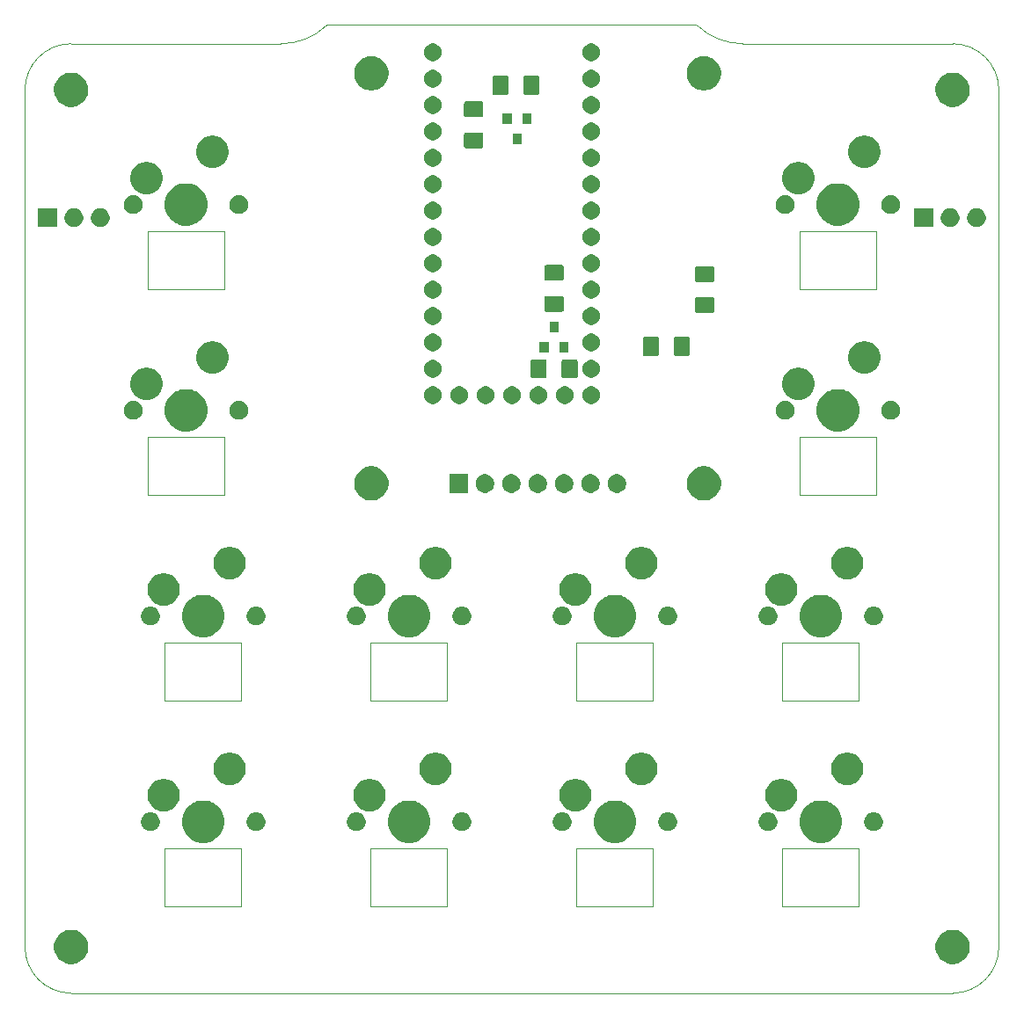
<source format=gbr>
G04 #@! TF.GenerationSoftware,KiCad,Pcbnew,(5.1.6)-1*
G04 #@! TF.CreationDate,2020-07-03T23:32:01-07:00*
G04 #@! TF.ProjectId,keypadV2,6b657970-6164-4563-922e-6b696361645f,rev?*
G04 #@! TF.SameCoordinates,Original*
G04 #@! TF.FileFunction,Soldermask,Top*
G04 #@! TF.FilePolarity,Negative*
%FSLAX46Y46*%
G04 Gerber Fmt 4.6, Leading zero omitted, Abs format (unit mm)*
G04 Created by KiCad (PCBNEW (5.1.6)-1) date 2020-07-03 23:32:01*
%MOMM*%
%LPD*%
G01*
G04 APERTURE LIST*
G04 #@! TA.AperFunction,Profile*
%ADD10C,0.050000*%
G04 #@! TD*
G04 #@! TA.AperFunction,Profile*
%ADD11C,0.120000*%
G04 #@! TD*
%ADD12C,0.100000*%
G04 APERTURE END LIST*
D10*
X154178000Y-69024500D02*
X154178000Y-63436500D01*
X146812000Y-69024500D02*
X154178000Y-69024500D01*
X154178000Y-63436500D02*
X146812000Y-63436500D01*
X146812000Y-63436500D02*
X146812000Y-69024500D01*
X154178000Y-88836500D02*
X154178000Y-83248500D01*
X146812000Y-88836500D02*
X154178000Y-88836500D01*
X154178000Y-83248500D02*
X146812000Y-83248500D01*
X146812000Y-83248500D02*
X146812000Y-88836500D01*
X155829000Y-108648500D02*
X155829000Y-103060500D01*
X148463000Y-108648500D02*
X155829000Y-108648500D01*
X155829000Y-103060500D02*
X148463000Y-103060500D01*
X148463000Y-103060500D02*
X148463000Y-108648500D01*
X155829000Y-128460500D02*
X155829000Y-122872500D01*
X148463000Y-128460500D02*
X155829000Y-128460500D01*
X155829000Y-122872500D02*
X148463000Y-122872500D01*
X148463000Y-122872500D02*
X148463000Y-128460500D01*
X175641000Y-128460500D02*
X175641000Y-122872500D01*
X168275000Y-128460500D02*
X175641000Y-128460500D01*
X175641000Y-122872500D02*
X168275000Y-122872500D01*
X168275000Y-122872500D02*
X168275000Y-128460500D01*
X175641000Y-108648500D02*
X175641000Y-103060500D01*
X168275000Y-108648500D02*
X175641000Y-108648500D01*
X175641000Y-103060500D02*
X168275000Y-103060500D01*
X168275000Y-103060500D02*
X168275000Y-108648500D01*
X195453000Y-108648500D02*
X195453000Y-103060500D01*
X188087000Y-108648500D02*
X195453000Y-108648500D01*
X195453000Y-103060500D02*
X188087000Y-103060500D01*
X188087000Y-103060500D02*
X188087000Y-108648500D01*
X195453000Y-128460500D02*
X195453000Y-122872500D01*
X188087000Y-128460500D02*
X195453000Y-128460500D01*
X195453000Y-122872500D02*
X188087000Y-122872500D01*
X188087000Y-122872500D02*
X188087000Y-128460500D01*
X215265000Y-128460500D02*
X215265000Y-122872500D01*
X207899000Y-128460500D02*
X215265000Y-128460500D01*
X215265000Y-122872500D02*
X207899000Y-122872500D01*
X207899000Y-122872500D02*
X207899000Y-128460500D01*
X215265000Y-108648500D02*
X215265000Y-103060500D01*
X207899000Y-108648500D02*
X215265000Y-108648500D01*
X215265000Y-103060500D02*
X207899000Y-103060500D01*
X207899000Y-103060500D02*
X207899000Y-108648500D01*
X216916000Y-83248500D02*
X209550000Y-83248500D01*
X209550000Y-88836500D02*
X216916000Y-88836500D01*
X216916000Y-88836500D02*
X216916000Y-83248500D01*
X209550000Y-83248500D02*
X209550000Y-88836500D01*
X216916000Y-69024500D02*
X216916000Y-63436500D01*
X209550000Y-69024500D02*
X216916000Y-69024500D01*
X209550000Y-63436500D02*
X209550000Y-69024500D01*
X216916000Y-63436500D02*
X209550000Y-63436500D01*
X224282000Y-45402500D02*
X204089000Y-45402500D01*
X199459533Y-43557442D02*
X164268467Y-43557442D01*
X199728941Y-43669034D02*
G75*
G03*
X204089000Y-45402500I4360059J4616534D01*
G01*
X199728941Y-43669034D02*
G75*
G03*
X199459533Y-43557442I-269408J-269408D01*
G01*
X163999059Y-43669034D02*
G75*
G02*
X164268467Y-43557442I269408J-269408D01*
G01*
X163999059Y-43669034D02*
G75*
G02*
X159639000Y-45402500I-4360059J4616534D01*
G01*
X139446000Y-45402500D02*
X159639000Y-45402500D01*
X135001000Y-49847500D02*
X135001000Y-132397500D01*
X224282000Y-136842500D02*
X139446000Y-136842500D01*
X228727000Y-49847500D02*
X228727000Y-132397500D01*
D11*
X135001000Y-49847500D02*
G75*
G02*
X139446000Y-45402500I4445000J0D01*
G01*
X224282000Y-45402500D02*
G75*
G02*
X228727000Y-49847500I0J-4445000D01*
G01*
X228727000Y-132397500D02*
G75*
G02*
X224282000Y-136842500I-4445000J0D01*
G01*
X139446000Y-136842500D02*
G75*
G02*
X135001000Y-132397500I0J4445000D01*
G01*
D12*
G36*
X224657256Y-130788798D02*
G01*
X224763579Y-130809947D01*
X225064042Y-130934403D01*
X225334451Y-131115085D01*
X225564415Y-131345049D01*
X225745097Y-131615458D01*
X225869553Y-131915921D01*
X225933000Y-132234891D01*
X225933000Y-132560109D01*
X225869553Y-132879079D01*
X225745097Y-133179542D01*
X225564415Y-133449951D01*
X225334451Y-133679915D01*
X225064042Y-133860597D01*
X224763579Y-133985053D01*
X224657256Y-134006202D01*
X224444611Y-134048500D01*
X224119389Y-134048500D01*
X223906744Y-134006202D01*
X223800421Y-133985053D01*
X223499958Y-133860597D01*
X223229549Y-133679915D01*
X222999585Y-133449951D01*
X222818903Y-133179542D01*
X222694447Y-132879079D01*
X222631000Y-132560109D01*
X222631000Y-132234891D01*
X222694447Y-131915921D01*
X222818903Y-131615458D01*
X222999585Y-131345049D01*
X223229549Y-131115085D01*
X223499958Y-130934403D01*
X223800421Y-130809947D01*
X223906744Y-130788798D01*
X224119389Y-130746500D01*
X224444611Y-130746500D01*
X224657256Y-130788798D01*
G37*
G36*
X139821256Y-130788798D02*
G01*
X139927579Y-130809947D01*
X140228042Y-130934403D01*
X140498451Y-131115085D01*
X140728415Y-131345049D01*
X140909097Y-131615458D01*
X141033553Y-131915921D01*
X141097000Y-132234891D01*
X141097000Y-132560109D01*
X141033553Y-132879079D01*
X140909097Y-133179542D01*
X140728415Y-133449951D01*
X140498451Y-133679915D01*
X140228042Y-133860597D01*
X139927579Y-133985053D01*
X139821256Y-134006202D01*
X139608611Y-134048500D01*
X139283389Y-134048500D01*
X139070744Y-134006202D01*
X138964421Y-133985053D01*
X138663958Y-133860597D01*
X138393549Y-133679915D01*
X138163585Y-133449951D01*
X137982903Y-133179542D01*
X137858447Y-132879079D01*
X137795000Y-132560109D01*
X137795000Y-132234891D01*
X137858447Y-131915921D01*
X137982903Y-131615458D01*
X138163585Y-131345049D01*
X138393549Y-131115085D01*
X138663958Y-130934403D01*
X138964421Y-130809947D01*
X139070744Y-130788798D01*
X139283389Y-130746500D01*
X139608611Y-130746500D01*
X139821256Y-130788798D01*
G37*
G36*
X152742474Y-118366184D02*
G01*
X152960474Y-118456483D01*
X153114623Y-118520333D01*
X153449548Y-118744123D01*
X153734377Y-119028952D01*
X153958167Y-119363877D01*
X154022017Y-119518026D01*
X154112316Y-119736026D01*
X154190900Y-120131094D01*
X154190900Y-120533906D01*
X154112316Y-120928974D01*
X154028322Y-121131753D01*
X153958167Y-121301123D01*
X153734377Y-121636048D01*
X153449548Y-121920877D01*
X153114623Y-122144667D01*
X152960474Y-122208517D01*
X152742474Y-122298816D01*
X152347406Y-122377400D01*
X151944594Y-122377400D01*
X151549526Y-122298816D01*
X151331526Y-122208517D01*
X151177377Y-122144667D01*
X150842452Y-121920877D01*
X150557623Y-121636048D01*
X150333833Y-121301123D01*
X150263678Y-121131753D01*
X150179684Y-120928974D01*
X150101100Y-120533906D01*
X150101100Y-120131094D01*
X150179684Y-119736026D01*
X150269983Y-119518026D01*
X150333833Y-119363877D01*
X150557623Y-119028952D01*
X150842452Y-118744123D01*
X151177377Y-118520333D01*
X151331526Y-118456483D01*
X151549526Y-118366184D01*
X151944594Y-118287600D01*
X152347406Y-118287600D01*
X152742474Y-118366184D01*
G37*
G36*
X192366474Y-118366184D02*
G01*
X192584474Y-118456483D01*
X192738623Y-118520333D01*
X193073548Y-118744123D01*
X193358377Y-119028952D01*
X193582167Y-119363877D01*
X193646017Y-119518026D01*
X193736316Y-119736026D01*
X193814900Y-120131094D01*
X193814900Y-120533906D01*
X193736316Y-120928974D01*
X193652322Y-121131753D01*
X193582167Y-121301123D01*
X193358377Y-121636048D01*
X193073548Y-121920877D01*
X192738623Y-122144667D01*
X192584474Y-122208517D01*
X192366474Y-122298816D01*
X191971406Y-122377400D01*
X191568594Y-122377400D01*
X191173526Y-122298816D01*
X190955526Y-122208517D01*
X190801377Y-122144667D01*
X190466452Y-121920877D01*
X190181623Y-121636048D01*
X189957833Y-121301123D01*
X189887678Y-121131753D01*
X189803684Y-120928974D01*
X189725100Y-120533906D01*
X189725100Y-120131094D01*
X189803684Y-119736026D01*
X189893983Y-119518026D01*
X189957833Y-119363877D01*
X190181623Y-119028952D01*
X190466452Y-118744123D01*
X190801377Y-118520333D01*
X190955526Y-118456483D01*
X191173526Y-118366184D01*
X191568594Y-118287600D01*
X191971406Y-118287600D01*
X192366474Y-118366184D01*
G37*
G36*
X212178474Y-118366184D02*
G01*
X212396474Y-118456483D01*
X212550623Y-118520333D01*
X212885548Y-118744123D01*
X213170377Y-119028952D01*
X213394167Y-119363877D01*
X213458017Y-119518026D01*
X213548316Y-119736026D01*
X213626900Y-120131094D01*
X213626900Y-120533906D01*
X213548316Y-120928974D01*
X213464322Y-121131753D01*
X213394167Y-121301123D01*
X213170377Y-121636048D01*
X212885548Y-121920877D01*
X212550623Y-122144667D01*
X212396474Y-122208517D01*
X212178474Y-122298816D01*
X211783406Y-122377400D01*
X211380594Y-122377400D01*
X210985526Y-122298816D01*
X210767526Y-122208517D01*
X210613377Y-122144667D01*
X210278452Y-121920877D01*
X209993623Y-121636048D01*
X209769833Y-121301123D01*
X209699678Y-121131753D01*
X209615684Y-120928974D01*
X209537100Y-120533906D01*
X209537100Y-120131094D01*
X209615684Y-119736026D01*
X209705983Y-119518026D01*
X209769833Y-119363877D01*
X209993623Y-119028952D01*
X210278452Y-118744123D01*
X210613377Y-118520333D01*
X210767526Y-118456483D01*
X210985526Y-118366184D01*
X211380594Y-118287600D01*
X211783406Y-118287600D01*
X212178474Y-118366184D01*
G37*
G36*
X172554474Y-118366184D02*
G01*
X172772474Y-118456483D01*
X172926623Y-118520333D01*
X173261548Y-118744123D01*
X173546377Y-119028952D01*
X173770167Y-119363877D01*
X173834017Y-119518026D01*
X173924316Y-119736026D01*
X174002900Y-120131094D01*
X174002900Y-120533906D01*
X173924316Y-120928974D01*
X173840322Y-121131753D01*
X173770167Y-121301123D01*
X173546377Y-121636048D01*
X173261548Y-121920877D01*
X172926623Y-122144667D01*
X172772474Y-122208517D01*
X172554474Y-122298816D01*
X172159406Y-122377400D01*
X171756594Y-122377400D01*
X171361526Y-122298816D01*
X171143526Y-122208517D01*
X170989377Y-122144667D01*
X170654452Y-121920877D01*
X170369623Y-121636048D01*
X170145833Y-121301123D01*
X170075678Y-121131753D01*
X169991684Y-120928974D01*
X169913100Y-120533906D01*
X169913100Y-120131094D01*
X169991684Y-119736026D01*
X170081983Y-119518026D01*
X170145833Y-119363877D01*
X170369623Y-119028952D01*
X170654452Y-118744123D01*
X170989377Y-118520333D01*
X171143526Y-118456483D01*
X171361526Y-118366184D01*
X171756594Y-118287600D01*
X172159406Y-118287600D01*
X172554474Y-118366184D01*
G37*
G36*
X216837952Y-119447929D02*
G01*
X216925075Y-119465259D01*
X217034498Y-119510584D01*
X217089211Y-119533247D01*
X217235933Y-119631283D01*
X217236928Y-119631948D01*
X217362552Y-119757572D01*
X217362554Y-119757575D01*
X217461253Y-119905289D01*
X217461253Y-119905290D01*
X217529241Y-120069425D01*
X217563900Y-120243671D01*
X217563900Y-120421329D01*
X217529241Y-120595575D01*
X217483916Y-120704998D01*
X217461253Y-120759711D01*
X217363217Y-120906433D01*
X217362552Y-120907428D01*
X217236928Y-121033052D01*
X217236925Y-121033054D01*
X217089211Y-121131753D01*
X217034498Y-121154416D01*
X216925075Y-121199741D01*
X216837952Y-121217070D01*
X216750831Y-121234400D01*
X216573169Y-121234400D01*
X216486048Y-121217070D01*
X216398925Y-121199741D01*
X216289502Y-121154416D01*
X216234789Y-121131753D01*
X216087075Y-121033054D01*
X216087072Y-121033052D01*
X215961448Y-120907428D01*
X215960783Y-120906433D01*
X215862747Y-120759711D01*
X215840084Y-120704998D01*
X215794759Y-120595575D01*
X215760100Y-120421329D01*
X215760100Y-120243671D01*
X215794759Y-120069425D01*
X215862747Y-119905290D01*
X215862747Y-119905289D01*
X215961446Y-119757575D01*
X215961448Y-119757572D01*
X216087072Y-119631948D01*
X216088067Y-119631283D01*
X216234789Y-119533247D01*
X216289502Y-119510584D01*
X216398925Y-119465259D01*
X216486048Y-119447929D01*
X216573169Y-119430600D01*
X216750831Y-119430600D01*
X216837952Y-119447929D01*
G37*
G36*
X186865952Y-119447929D02*
G01*
X186953075Y-119465259D01*
X187062498Y-119510584D01*
X187117211Y-119533247D01*
X187263933Y-119631283D01*
X187264928Y-119631948D01*
X187390552Y-119757572D01*
X187390554Y-119757575D01*
X187489253Y-119905289D01*
X187489253Y-119905290D01*
X187557241Y-120069425D01*
X187591900Y-120243671D01*
X187591900Y-120421329D01*
X187557241Y-120595575D01*
X187511916Y-120704998D01*
X187489253Y-120759711D01*
X187391217Y-120906433D01*
X187390552Y-120907428D01*
X187264928Y-121033052D01*
X187264925Y-121033054D01*
X187117211Y-121131753D01*
X187062498Y-121154416D01*
X186953075Y-121199741D01*
X186865952Y-121217070D01*
X186778831Y-121234400D01*
X186601169Y-121234400D01*
X186514048Y-121217070D01*
X186426925Y-121199741D01*
X186317502Y-121154416D01*
X186262789Y-121131753D01*
X186115075Y-121033054D01*
X186115072Y-121033052D01*
X185989448Y-120907428D01*
X185988783Y-120906433D01*
X185890747Y-120759711D01*
X185868084Y-120704998D01*
X185822759Y-120595575D01*
X185788100Y-120421329D01*
X185788100Y-120243671D01*
X185822759Y-120069425D01*
X185890747Y-119905290D01*
X185890747Y-119905289D01*
X185989446Y-119757575D01*
X185989448Y-119757572D01*
X186115072Y-119631948D01*
X186116067Y-119631283D01*
X186262789Y-119533247D01*
X186317502Y-119510584D01*
X186426925Y-119465259D01*
X186514048Y-119447929D01*
X186601169Y-119430600D01*
X186778831Y-119430600D01*
X186865952Y-119447929D01*
G37*
G36*
X197025952Y-119447929D02*
G01*
X197113075Y-119465259D01*
X197222498Y-119510584D01*
X197277211Y-119533247D01*
X197423933Y-119631283D01*
X197424928Y-119631948D01*
X197550552Y-119757572D01*
X197550554Y-119757575D01*
X197649253Y-119905289D01*
X197649253Y-119905290D01*
X197717241Y-120069425D01*
X197751900Y-120243671D01*
X197751900Y-120421329D01*
X197717241Y-120595575D01*
X197671916Y-120704998D01*
X197649253Y-120759711D01*
X197551217Y-120906433D01*
X197550552Y-120907428D01*
X197424928Y-121033052D01*
X197424925Y-121033054D01*
X197277211Y-121131753D01*
X197222498Y-121154416D01*
X197113075Y-121199741D01*
X197025952Y-121217070D01*
X196938831Y-121234400D01*
X196761169Y-121234400D01*
X196674048Y-121217070D01*
X196586925Y-121199741D01*
X196477502Y-121154416D01*
X196422789Y-121131753D01*
X196275075Y-121033054D01*
X196275072Y-121033052D01*
X196149448Y-120907428D01*
X196148783Y-120906433D01*
X196050747Y-120759711D01*
X196028084Y-120704998D01*
X195982759Y-120595575D01*
X195948100Y-120421329D01*
X195948100Y-120243671D01*
X195982759Y-120069425D01*
X196050747Y-119905290D01*
X196050747Y-119905289D01*
X196149446Y-119757575D01*
X196149448Y-119757572D01*
X196275072Y-119631948D01*
X196276067Y-119631283D01*
X196422789Y-119533247D01*
X196477502Y-119510584D01*
X196586925Y-119465259D01*
X196674048Y-119447929D01*
X196761169Y-119430600D01*
X196938831Y-119430600D01*
X197025952Y-119447929D01*
G37*
G36*
X177213952Y-119447929D02*
G01*
X177301075Y-119465259D01*
X177410498Y-119510584D01*
X177465211Y-119533247D01*
X177611933Y-119631283D01*
X177612928Y-119631948D01*
X177738552Y-119757572D01*
X177738554Y-119757575D01*
X177837253Y-119905289D01*
X177837253Y-119905290D01*
X177905241Y-120069425D01*
X177939900Y-120243671D01*
X177939900Y-120421329D01*
X177905241Y-120595575D01*
X177859916Y-120704998D01*
X177837253Y-120759711D01*
X177739217Y-120906433D01*
X177738552Y-120907428D01*
X177612928Y-121033052D01*
X177612925Y-121033054D01*
X177465211Y-121131753D01*
X177410498Y-121154416D01*
X177301075Y-121199741D01*
X177213952Y-121217070D01*
X177126831Y-121234400D01*
X176949169Y-121234400D01*
X176862048Y-121217070D01*
X176774925Y-121199741D01*
X176665502Y-121154416D01*
X176610789Y-121131753D01*
X176463075Y-121033054D01*
X176463072Y-121033052D01*
X176337448Y-120907428D01*
X176336783Y-120906433D01*
X176238747Y-120759711D01*
X176216084Y-120704998D01*
X176170759Y-120595575D01*
X176136100Y-120421329D01*
X176136100Y-120243671D01*
X176170759Y-120069425D01*
X176238747Y-119905290D01*
X176238747Y-119905289D01*
X176337446Y-119757575D01*
X176337448Y-119757572D01*
X176463072Y-119631948D01*
X176464067Y-119631283D01*
X176610789Y-119533247D01*
X176665502Y-119510584D01*
X176774925Y-119465259D01*
X176862048Y-119447929D01*
X176949169Y-119430600D01*
X177126831Y-119430600D01*
X177213952Y-119447929D01*
G37*
G36*
X167053952Y-119447929D02*
G01*
X167141075Y-119465259D01*
X167250498Y-119510584D01*
X167305211Y-119533247D01*
X167451933Y-119631283D01*
X167452928Y-119631948D01*
X167578552Y-119757572D01*
X167578554Y-119757575D01*
X167677253Y-119905289D01*
X167677253Y-119905290D01*
X167745241Y-120069425D01*
X167779900Y-120243671D01*
X167779900Y-120421329D01*
X167745241Y-120595575D01*
X167699916Y-120704998D01*
X167677253Y-120759711D01*
X167579217Y-120906433D01*
X167578552Y-120907428D01*
X167452928Y-121033052D01*
X167452925Y-121033054D01*
X167305211Y-121131753D01*
X167250498Y-121154416D01*
X167141075Y-121199741D01*
X167053952Y-121217070D01*
X166966831Y-121234400D01*
X166789169Y-121234400D01*
X166702048Y-121217070D01*
X166614925Y-121199741D01*
X166505502Y-121154416D01*
X166450789Y-121131753D01*
X166303075Y-121033054D01*
X166303072Y-121033052D01*
X166177448Y-120907428D01*
X166176783Y-120906433D01*
X166078747Y-120759711D01*
X166056084Y-120704998D01*
X166010759Y-120595575D01*
X165976100Y-120421329D01*
X165976100Y-120243671D01*
X166010759Y-120069425D01*
X166078747Y-119905290D01*
X166078747Y-119905289D01*
X166177446Y-119757575D01*
X166177448Y-119757572D01*
X166303072Y-119631948D01*
X166304067Y-119631283D01*
X166450789Y-119533247D01*
X166505502Y-119510584D01*
X166614925Y-119465259D01*
X166702048Y-119447929D01*
X166789169Y-119430600D01*
X166966831Y-119430600D01*
X167053952Y-119447929D01*
G37*
G36*
X157401952Y-119447929D02*
G01*
X157489075Y-119465259D01*
X157598498Y-119510584D01*
X157653211Y-119533247D01*
X157799933Y-119631283D01*
X157800928Y-119631948D01*
X157926552Y-119757572D01*
X157926554Y-119757575D01*
X158025253Y-119905289D01*
X158025253Y-119905290D01*
X158093241Y-120069425D01*
X158127900Y-120243671D01*
X158127900Y-120421329D01*
X158093241Y-120595575D01*
X158047916Y-120704998D01*
X158025253Y-120759711D01*
X157927217Y-120906433D01*
X157926552Y-120907428D01*
X157800928Y-121033052D01*
X157800925Y-121033054D01*
X157653211Y-121131753D01*
X157598498Y-121154416D01*
X157489075Y-121199741D01*
X157401952Y-121217070D01*
X157314831Y-121234400D01*
X157137169Y-121234400D01*
X157050048Y-121217070D01*
X156962925Y-121199741D01*
X156853502Y-121154416D01*
X156798789Y-121131753D01*
X156651075Y-121033054D01*
X156651072Y-121033052D01*
X156525448Y-120907428D01*
X156524783Y-120906433D01*
X156426747Y-120759711D01*
X156404084Y-120704998D01*
X156358759Y-120595575D01*
X156324100Y-120421329D01*
X156324100Y-120243671D01*
X156358759Y-120069425D01*
X156426747Y-119905290D01*
X156426747Y-119905289D01*
X156525446Y-119757575D01*
X156525448Y-119757572D01*
X156651072Y-119631948D01*
X156652067Y-119631283D01*
X156798789Y-119533247D01*
X156853502Y-119510584D01*
X156962925Y-119465259D01*
X157050048Y-119447929D01*
X157137169Y-119430600D01*
X157314831Y-119430600D01*
X157401952Y-119447929D01*
G37*
G36*
X147241952Y-119447929D02*
G01*
X147329075Y-119465259D01*
X147438498Y-119510584D01*
X147493211Y-119533247D01*
X147639933Y-119631283D01*
X147640928Y-119631948D01*
X147766552Y-119757572D01*
X147766554Y-119757575D01*
X147865253Y-119905289D01*
X147865253Y-119905290D01*
X147933241Y-120069425D01*
X147967900Y-120243671D01*
X147967900Y-120421329D01*
X147933241Y-120595575D01*
X147887916Y-120704998D01*
X147865253Y-120759711D01*
X147767217Y-120906433D01*
X147766552Y-120907428D01*
X147640928Y-121033052D01*
X147640925Y-121033054D01*
X147493211Y-121131753D01*
X147438498Y-121154416D01*
X147329075Y-121199741D01*
X147241952Y-121217070D01*
X147154831Y-121234400D01*
X146977169Y-121234400D01*
X146890048Y-121217070D01*
X146802925Y-121199741D01*
X146693502Y-121154416D01*
X146638789Y-121131753D01*
X146491075Y-121033054D01*
X146491072Y-121033052D01*
X146365448Y-120907428D01*
X146364783Y-120906433D01*
X146266747Y-120759711D01*
X146244084Y-120704998D01*
X146198759Y-120595575D01*
X146164100Y-120421329D01*
X146164100Y-120243671D01*
X146198759Y-120069425D01*
X146266747Y-119905290D01*
X146266747Y-119905289D01*
X146365446Y-119757575D01*
X146365448Y-119757572D01*
X146491072Y-119631948D01*
X146492067Y-119631283D01*
X146638789Y-119533247D01*
X146693502Y-119510584D01*
X146802925Y-119465259D01*
X146890048Y-119447929D01*
X146977169Y-119430600D01*
X147154831Y-119430600D01*
X147241952Y-119447929D01*
G37*
G36*
X206677952Y-119447929D02*
G01*
X206765075Y-119465259D01*
X206874498Y-119510584D01*
X206929211Y-119533247D01*
X207075933Y-119631283D01*
X207076928Y-119631948D01*
X207202552Y-119757572D01*
X207202554Y-119757575D01*
X207301253Y-119905289D01*
X207301253Y-119905290D01*
X207369241Y-120069425D01*
X207403900Y-120243671D01*
X207403900Y-120421329D01*
X207369241Y-120595575D01*
X207323916Y-120704998D01*
X207301253Y-120759711D01*
X207203217Y-120906433D01*
X207202552Y-120907428D01*
X207076928Y-121033052D01*
X207076925Y-121033054D01*
X206929211Y-121131753D01*
X206874498Y-121154416D01*
X206765075Y-121199741D01*
X206677952Y-121217070D01*
X206590831Y-121234400D01*
X206413169Y-121234400D01*
X206326048Y-121217070D01*
X206238925Y-121199741D01*
X206129502Y-121154416D01*
X206074789Y-121131753D01*
X205927075Y-121033054D01*
X205927072Y-121033052D01*
X205801448Y-120907428D01*
X205800783Y-120906433D01*
X205702747Y-120759711D01*
X205680084Y-120704998D01*
X205634759Y-120595575D01*
X205600100Y-120421329D01*
X205600100Y-120243671D01*
X205634759Y-120069425D01*
X205702747Y-119905290D01*
X205702747Y-119905289D01*
X205801446Y-119757575D01*
X205801448Y-119757572D01*
X205927072Y-119631948D01*
X205928067Y-119631283D01*
X206074789Y-119533247D01*
X206129502Y-119510584D01*
X206238925Y-119465259D01*
X206326048Y-119447929D01*
X206413169Y-119430600D01*
X206590831Y-119430600D01*
X206677952Y-119447929D01*
G37*
G36*
X168450585Y-116271302D02*
G01*
X168600410Y-116301104D01*
X168882674Y-116418021D01*
X169136705Y-116587759D01*
X169352741Y-116803795D01*
X169522479Y-117057826D01*
X169639396Y-117340090D01*
X169699000Y-117639740D01*
X169699000Y-117945260D01*
X169639396Y-118244910D01*
X169522479Y-118527174D01*
X169352741Y-118781205D01*
X169136705Y-118997241D01*
X168882674Y-119166979D01*
X168600410Y-119283896D01*
X168450585Y-119313698D01*
X168300761Y-119343500D01*
X167995239Y-119343500D01*
X167845415Y-119313698D01*
X167695590Y-119283896D01*
X167413326Y-119166979D01*
X167159295Y-118997241D01*
X166943259Y-118781205D01*
X166773521Y-118527174D01*
X166656604Y-118244910D01*
X166597000Y-117945260D01*
X166597000Y-117639740D01*
X166656604Y-117340090D01*
X166773521Y-117057826D01*
X166943259Y-116803795D01*
X167159295Y-116587759D01*
X167413326Y-116418021D01*
X167695590Y-116301104D01*
X167845415Y-116271302D01*
X167995239Y-116241500D01*
X168300761Y-116241500D01*
X168450585Y-116271302D01*
G37*
G36*
X208074585Y-116271302D02*
G01*
X208224410Y-116301104D01*
X208506674Y-116418021D01*
X208760705Y-116587759D01*
X208976741Y-116803795D01*
X209146479Y-117057826D01*
X209263396Y-117340090D01*
X209323000Y-117639740D01*
X209323000Y-117945260D01*
X209263396Y-118244910D01*
X209146479Y-118527174D01*
X208976741Y-118781205D01*
X208760705Y-118997241D01*
X208506674Y-119166979D01*
X208224410Y-119283896D01*
X208074585Y-119313698D01*
X207924761Y-119343500D01*
X207619239Y-119343500D01*
X207469415Y-119313698D01*
X207319590Y-119283896D01*
X207037326Y-119166979D01*
X206783295Y-118997241D01*
X206567259Y-118781205D01*
X206397521Y-118527174D01*
X206280604Y-118244910D01*
X206221000Y-117945260D01*
X206221000Y-117639740D01*
X206280604Y-117340090D01*
X206397521Y-117057826D01*
X206567259Y-116803795D01*
X206783295Y-116587759D01*
X207037326Y-116418021D01*
X207319590Y-116301104D01*
X207469415Y-116271302D01*
X207619239Y-116241500D01*
X207924761Y-116241500D01*
X208074585Y-116271302D01*
G37*
G36*
X148638585Y-116271302D02*
G01*
X148788410Y-116301104D01*
X149070674Y-116418021D01*
X149324705Y-116587759D01*
X149540741Y-116803795D01*
X149710479Y-117057826D01*
X149827396Y-117340090D01*
X149887000Y-117639740D01*
X149887000Y-117945260D01*
X149827396Y-118244910D01*
X149710479Y-118527174D01*
X149540741Y-118781205D01*
X149324705Y-118997241D01*
X149070674Y-119166979D01*
X148788410Y-119283896D01*
X148638585Y-119313698D01*
X148488761Y-119343500D01*
X148183239Y-119343500D01*
X148033415Y-119313698D01*
X147883590Y-119283896D01*
X147601326Y-119166979D01*
X147347295Y-118997241D01*
X147131259Y-118781205D01*
X146961521Y-118527174D01*
X146844604Y-118244910D01*
X146785000Y-117945260D01*
X146785000Y-117639740D01*
X146844604Y-117340090D01*
X146961521Y-117057826D01*
X147131259Y-116803795D01*
X147347295Y-116587759D01*
X147601326Y-116418021D01*
X147883590Y-116301104D01*
X148033415Y-116271302D01*
X148183239Y-116241500D01*
X148488761Y-116241500D01*
X148638585Y-116271302D01*
G37*
G36*
X188262585Y-116271302D02*
G01*
X188412410Y-116301104D01*
X188694674Y-116418021D01*
X188948705Y-116587759D01*
X189164741Y-116803795D01*
X189334479Y-117057826D01*
X189451396Y-117340090D01*
X189511000Y-117639740D01*
X189511000Y-117945260D01*
X189451396Y-118244910D01*
X189334479Y-118527174D01*
X189164741Y-118781205D01*
X188948705Y-118997241D01*
X188694674Y-119166979D01*
X188412410Y-119283896D01*
X188262585Y-119313698D01*
X188112761Y-119343500D01*
X187807239Y-119343500D01*
X187657415Y-119313698D01*
X187507590Y-119283896D01*
X187225326Y-119166979D01*
X186971295Y-118997241D01*
X186755259Y-118781205D01*
X186585521Y-118527174D01*
X186468604Y-118244910D01*
X186409000Y-117945260D01*
X186409000Y-117639740D01*
X186468604Y-117340090D01*
X186585521Y-117057826D01*
X186755259Y-116803795D01*
X186971295Y-116587759D01*
X187225326Y-116418021D01*
X187507590Y-116301104D01*
X187657415Y-116271302D01*
X187807239Y-116241500D01*
X188112761Y-116241500D01*
X188262585Y-116271302D01*
G37*
G36*
X194612585Y-113731302D02*
G01*
X194762410Y-113761104D01*
X195044674Y-113878021D01*
X195298705Y-114047759D01*
X195514741Y-114263795D01*
X195684479Y-114517826D01*
X195801396Y-114800090D01*
X195861000Y-115099740D01*
X195861000Y-115405260D01*
X195801396Y-115704910D01*
X195684479Y-115987174D01*
X195514741Y-116241205D01*
X195298705Y-116457241D01*
X195044674Y-116626979D01*
X194762410Y-116743896D01*
X194612585Y-116773698D01*
X194462761Y-116803500D01*
X194157239Y-116803500D01*
X194007415Y-116773698D01*
X193857590Y-116743896D01*
X193575326Y-116626979D01*
X193321295Y-116457241D01*
X193105259Y-116241205D01*
X192935521Y-115987174D01*
X192818604Y-115704910D01*
X192759000Y-115405260D01*
X192759000Y-115099740D01*
X192818604Y-114800090D01*
X192935521Y-114517826D01*
X193105259Y-114263795D01*
X193321295Y-114047759D01*
X193575326Y-113878021D01*
X193857590Y-113761104D01*
X194007415Y-113731302D01*
X194157239Y-113701500D01*
X194462761Y-113701500D01*
X194612585Y-113731302D01*
G37*
G36*
X154988585Y-113731302D02*
G01*
X155138410Y-113761104D01*
X155420674Y-113878021D01*
X155674705Y-114047759D01*
X155890741Y-114263795D01*
X156060479Y-114517826D01*
X156177396Y-114800090D01*
X156237000Y-115099740D01*
X156237000Y-115405260D01*
X156177396Y-115704910D01*
X156060479Y-115987174D01*
X155890741Y-116241205D01*
X155674705Y-116457241D01*
X155420674Y-116626979D01*
X155138410Y-116743896D01*
X154988585Y-116773698D01*
X154838761Y-116803500D01*
X154533239Y-116803500D01*
X154383415Y-116773698D01*
X154233590Y-116743896D01*
X153951326Y-116626979D01*
X153697295Y-116457241D01*
X153481259Y-116241205D01*
X153311521Y-115987174D01*
X153194604Y-115704910D01*
X153135000Y-115405260D01*
X153135000Y-115099740D01*
X153194604Y-114800090D01*
X153311521Y-114517826D01*
X153481259Y-114263795D01*
X153697295Y-114047759D01*
X153951326Y-113878021D01*
X154233590Y-113761104D01*
X154383415Y-113731302D01*
X154533239Y-113701500D01*
X154838761Y-113701500D01*
X154988585Y-113731302D01*
G37*
G36*
X214424585Y-113731302D02*
G01*
X214574410Y-113761104D01*
X214856674Y-113878021D01*
X215110705Y-114047759D01*
X215326741Y-114263795D01*
X215496479Y-114517826D01*
X215613396Y-114800090D01*
X215673000Y-115099740D01*
X215673000Y-115405260D01*
X215613396Y-115704910D01*
X215496479Y-115987174D01*
X215326741Y-116241205D01*
X215110705Y-116457241D01*
X214856674Y-116626979D01*
X214574410Y-116743896D01*
X214424585Y-116773698D01*
X214274761Y-116803500D01*
X213969239Y-116803500D01*
X213819415Y-116773698D01*
X213669590Y-116743896D01*
X213387326Y-116626979D01*
X213133295Y-116457241D01*
X212917259Y-116241205D01*
X212747521Y-115987174D01*
X212630604Y-115704910D01*
X212571000Y-115405260D01*
X212571000Y-115099740D01*
X212630604Y-114800090D01*
X212747521Y-114517826D01*
X212917259Y-114263795D01*
X213133295Y-114047759D01*
X213387326Y-113878021D01*
X213669590Y-113761104D01*
X213819415Y-113731302D01*
X213969239Y-113701500D01*
X214274761Y-113701500D01*
X214424585Y-113731302D01*
G37*
G36*
X174800585Y-113731302D02*
G01*
X174950410Y-113761104D01*
X175232674Y-113878021D01*
X175486705Y-114047759D01*
X175702741Y-114263795D01*
X175872479Y-114517826D01*
X175989396Y-114800090D01*
X176049000Y-115099740D01*
X176049000Y-115405260D01*
X175989396Y-115704910D01*
X175872479Y-115987174D01*
X175702741Y-116241205D01*
X175486705Y-116457241D01*
X175232674Y-116626979D01*
X174950410Y-116743896D01*
X174800585Y-116773698D01*
X174650761Y-116803500D01*
X174345239Y-116803500D01*
X174195415Y-116773698D01*
X174045590Y-116743896D01*
X173763326Y-116626979D01*
X173509295Y-116457241D01*
X173293259Y-116241205D01*
X173123521Y-115987174D01*
X173006604Y-115704910D01*
X172947000Y-115405260D01*
X172947000Y-115099740D01*
X173006604Y-114800090D01*
X173123521Y-114517826D01*
X173293259Y-114263795D01*
X173509295Y-114047759D01*
X173763326Y-113878021D01*
X174045590Y-113761104D01*
X174195415Y-113731302D01*
X174345239Y-113701500D01*
X174650761Y-113701500D01*
X174800585Y-113731302D01*
G37*
G36*
X192366474Y-98554184D02*
G01*
X192584474Y-98644483D01*
X192738623Y-98708333D01*
X193073548Y-98932123D01*
X193358377Y-99216952D01*
X193582167Y-99551877D01*
X193646017Y-99706026D01*
X193736316Y-99924026D01*
X193814900Y-100319094D01*
X193814900Y-100721906D01*
X193736316Y-101116974D01*
X193652322Y-101319753D01*
X193582167Y-101489123D01*
X193358377Y-101824048D01*
X193073548Y-102108877D01*
X192738623Y-102332667D01*
X192584474Y-102396517D01*
X192366474Y-102486816D01*
X191971406Y-102565400D01*
X191568594Y-102565400D01*
X191173526Y-102486816D01*
X190955526Y-102396517D01*
X190801377Y-102332667D01*
X190466452Y-102108877D01*
X190181623Y-101824048D01*
X189957833Y-101489123D01*
X189887678Y-101319753D01*
X189803684Y-101116974D01*
X189725100Y-100721906D01*
X189725100Y-100319094D01*
X189803684Y-99924026D01*
X189893983Y-99706026D01*
X189957833Y-99551877D01*
X190181623Y-99216952D01*
X190466452Y-98932123D01*
X190801377Y-98708333D01*
X190955526Y-98644483D01*
X191173526Y-98554184D01*
X191568594Y-98475600D01*
X191971406Y-98475600D01*
X192366474Y-98554184D01*
G37*
G36*
X152742474Y-98554184D02*
G01*
X152960474Y-98644483D01*
X153114623Y-98708333D01*
X153449548Y-98932123D01*
X153734377Y-99216952D01*
X153958167Y-99551877D01*
X154022017Y-99706026D01*
X154112316Y-99924026D01*
X154190900Y-100319094D01*
X154190900Y-100721906D01*
X154112316Y-101116974D01*
X154028322Y-101319753D01*
X153958167Y-101489123D01*
X153734377Y-101824048D01*
X153449548Y-102108877D01*
X153114623Y-102332667D01*
X152960474Y-102396517D01*
X152742474Y-102486816D01*
X152347406Y-102565400D01*
X151944594Y-102565400D01*
X151549526Y-102486816D01*
X151331526Y-102396517D01*
X151177377Y-102332667D01*
X150842452Y-102108877D01*
X150557623Y-101824048D01*
X150333833Y-101489123D01*
X150263678Y-101319753D01*
X150179684Y-101116974D01*
X150101100Y-100721906D01*
X150101100Y-100319094D01*
X150179684Y-99924026D01*
X150269983Y-99706026D01*
X150333833Y-99551877D01*
X150557623Y-99216952D01*
X150842452Y-98932123D01*
X151177377Y-98708333D01*
X151331526Y-98644483D01*
X151549526Y-98554184D01*
X151944594Y-98475600D01*
X152347406Y-98475600D01*
X152742474Y-98554184D01*
G37*
G36*
X212178474Y-98554184D02*
G01*
X212396474Y-98644483D01*
X212550623Y-98708333D01*
X212885548Y-98932123D01*
X213170377Y-99216952D01*
X213394167Y-99551877D01*
X213458017Y-99706026D01*
X213548316Y-99924026D01*
X213626900Y-100319094D01*
X213626900Y-100721906D01*
X213548316Y-101116974D01*
X213464322Y-101319753D01*
X213394167Y-101489123D01*
X213170377Y-101824048D01*
X212885548Y-102108877D01*
X212550623Y-102332667D01*
X212396474Y-102396517D01*
X212178474Y-102486816D01*
X211783406Y-102565400D01*
X211380594Y-102565400D01*
X210985526Y-102486816D01*
X210767526Y-102396517D01*
X210613377Y-102332667D01*
X210278452Y-102108877D01*
X209993623Y-101824048D01*
X209769833Y-101489123D01*
X209699678Y-101319753D01*
X209615684Y-101116974D01*
X209537100Y-100721906D01*
X209537100Y-100319094D01*
X209615684Y-99924026D01*
X209705983Y-99706026D01*
X209769833Y-99551877D01*
X209993623Y-99216952D01*
X210278452Y-98932123D01*
X210613377Y-98708333D01*
X210767526Y-98644483D01*
X210985526Y-98554184D01*
X211380594Y-98475600D01*
X211783406Y-98475600D01*
X212178474Y-98554184D01*
G37*
G36*
X172554474Y-98554184D02*
G01*
X172772474Y-98644483D01*
X172926623Y-98708333D01*
X173261548Y-98932123D01*
X173546377Y-99216952D01*
X173770167Y-99551877D01*
X173834017Y-99706026D01*
X173924316Y-99924026D01*
X174002900Y-100319094D01*
X174002900Y-100721906D01*
X173924316Y-101116974D01*
X173840322Y-101319753D01*
X173770167Y-101489123D01*
X173546377Y-101824048D01*
X173261548Y-102108877D01*
X172926623Y-102332667D01*
X172772474Y-102396517D01*
X172554474Y-102486816D01*
X172159406Y-102565400D01*
X171756594Y-102565400D01*
X171361526Y-102486816D01*
X171143526Y-102396517D01*
X170989377Y-102332667D01*
X170654452Y-102108877D01*
X170369623Y-101824048D01*
X170145833Y-101489123D01*
X170075678Y-101319753D01*
X169991684Y-101116974D01*
X169913100Y-100721906D01*
X169913100Y-100319094D01*
X169991684Y-99924026D01*
X170081983Y-99706026D01*
X170145833Y-99551877D01*
X170369623Y-99216952D01*
X170654452Y-98932123D01*
X170989377Y-98708333D01*
X171143526Y-98644483D01*
X171361526Y-98554184D01*
X171756594Y-98475600D01*
X172159406Y-98475600D01*
X172554474Y-98554184D01*
G37*
G36*
X206677952Y-99635929D02*
G01*
X206765075Y-99653259D01*
X206874498Y-99698584D01*
X206929211Y-99721247D01*
X207075933Y-99819283D01*
X207076928Y-99819948D01*
X207202552Y-99945572D01*
X207202554Y-99945575D01*
X207301253Y-100093289D01*
X207301253Y-100093290D01*
X207369241Y-100257425D01*
X207403900Y-100431671D01*
X207403900Y-100609329D01*
X207369241Y-100783575D01*
X207323916Y-100892998D01*
X207301253Y-100947711D01*
X207203217Y-101094433D01*
X207202552Y-101095428D01*
X207076928Y-101221052D01*
X207076925Y-101221054D01*
X206929211Y-101319753D01*
X206874498Y-101342416D01*
X206765075Y-101387741D01*
X206677952Y-101405071D01*
X206590831Y-101422400D01*
X206413169Y-101422400D01*
X206326048Y-101405071D01*
X206238925Y-101387741D01*
X206129502Y-101342416D01*
X206074789Y-101319753D01*
X205927075Y-101221054D01*
X205927072Y-101221052D01*
X205801448Y-101095428D01*
X205800783Y-101094433D01*
X205702747Y-100947711D01*
X205680084Y-100892998D01*
X205634759Y-100783575D01*
X205600100Y-100609329D01*
X205600100Y-100431671D01*
X205634759Y-100257425D01*
X205702747Y-100093290D01*
X205702747Y-100093289D01*
X205801446Y-99945575D01*
X205801448Y-99945572D01*
X205927072Y-99819948D01*
X205928067Y-99819283D01*
X206074789Y-99721247D01*
X206129502Y-99698584D01*
X206238925Y-99653259D01*
X206326048Y-99635929D01*
X206413169Y-99618600D01*
X206590831Y-99618600D01*
X206677952Y-99635929D01*
G37*
G36*
X216837952Y-99635929D02*
G01*
X216925075Y-99653259D01*
X217034498Y-99698584D01*
X217089211Y-99721247D01*
X217235933Y-99819283D01*
X217236928Y-99819948D01*
X217362552Y-99945572D01*
X217362554Y-99945575D01*
X217461253Y-100093289D01*
X217461253Y-100093290D01*
X217529241Y-100257425D01*
X217563900Y-100431671D01*
X217563900Y-100609329D01*
X217529241Y-100783575D01*
X217483916Y-100892998D01*
X217461253Y-100947711D01*
X217363217Y-101094433D01*
X217362552Y-101095428D01*
X217236928Y-101221052D01*
X217236925Y-101221054D01*
X217089211Y-101319753D01*
X217034498Y-101342416D01*
X216925075Y-101387741D01*
X216837952Y-101405071D01*
X216750831Y-101422400D01*
X216573169Y-101422400D01*
X216486048Y-101405071D01*
X216398925Y-101387741D01*
X216289502Y-101342416D01*
X216234789Y-101319753D01*
X216087075Y-101221054D01*
X216087072Y-101221052D01*
X215961448Y-101095428D01*
X215960783Y-101094433D01*
X215862747Y-100947711D01*
X215840084Y-100892998D01*
X215794759Y-100783575D01*
X215760100Y-100609329D01*
X215760100Y-100431671D01*
X215794759Y-100257425D01*
X215862747Y-100093290D01*
X215862747Y-100093289D01*
X215961446Y-99945575D01*
X215961448Y-99945572D01*
X216087072Y-99819948D01*
X216088067Y-99819283D01*
X216234789Y-99721247D01*
X216289502Y-99698584D01*
X216398925Y-99653259D01*
X216486048Y-99635929D01*
X216573169Y-99618600D01*
X216750831Y-99618600D01*
X216837952Y-99635929D01*
G37*
G36*
X186865952Y-99635929D02*
G01*
X186953075Y-99653259D01*
X187062498Y-99698584D01*
X187117211Y-99721247D01*
X187263933Y-99819283D01*
X187264928Y-99819948D01*
X187390552Y-99945572D01*
X187390554Y-99945575D01*
X187489253Y-100093289D01*
X187489253Y-100093290D01*
X187557241Y-100257425D01*
X187591900Y-100431671D01*
X187591900Y-100609329D01*
X187557241Y-100783575D01*
X187511916Y-100892998D01*
X187489253Y-100947711D01*
X187391217Y-101094433D01*
X187390552Y-101095428D01*
X187264928Y-101221052D01*
X187264925Y-101221054D01*
X187117211Y-101319753D01*
X187062498Y-101342416D01*
X186953075Y-101387741D01*
X186865952Y-101405071D01*
X186778831Y-101422400D01*
X186601169Y-101422400D01*
X186514048Y-101405071D01*
X186426925Y-101387741D01*
X186317502Y-101342416D01*
X186262789Y-101319753D01*
X186115075Y-101221054D01*
X186115072Y-101221052D01*
X185989448Y-101095428D01*
X185988783Y-101094433D01*
X185890747Y-100947711D01*
X185868084Y-100892998D01*
X185822759Y-100783575D01*
X185788100Y-100609329D01*
X185788100Y-100431671D01*
X185822759Y-100257425D01*
X185890747Y-100093290D01*
X185890747Y-100093289D01*
X185989446Y-99945575D01*
X185989448Y-99945572D01*
X186115072Y-99819948D01*
X186116067Y-99819283D01*
X186262789Y-99721247D01*
X186317502Y-99698584D01*
X186426925Y-99653259D01*
X186514048Y-99635929D01*
X186601169Y-99618600D01*
X186778831Y-99618600D01*
X186865952Y-99635929D01*
G37*
G36*
X197025952Y-99635929D02*
G01*
X197113075Y-99653259D01*
X197222498Y-99698584D01*
X197277211Y-99721247D01*
X197423933Y-99819283D01*
X197424928Y-99819948D01*
X197550552Y-99945572D01*
X197550554Y-99945575D01*
X197649253Y-100093289D01*
X197649253Y-100093290D01*
X197717241Y-100257425D01*
X197751900Y-100431671D01*
X197751900Y-100609329D01*
X197717241Y-100783575D01*
X197671916Y-100892998D01*
X197649253Y-100947711D01*
X197551217Y-101094433D01*
X197550552Y-101095428D01*
X197424928Y-101221052D01*
X197424925Y-101221054D01*
X197277211Y-101319753D01*
X197222498Y-101342416D01*
X197113075Y-101387741D01*
X197025952Y-101405071D01*
X196938831Y-101422400D01*
X196761169Y-101422400D01*
X196674048Y-101405071D01*
X196586925Y-101387741D01*
X196477502Y-101342416D01*
X196422789Y-101319753D01*
X196275075Y-101221054D01*
X196275072Y-101221052D01*
X196149448Y-101095428D01*
X196148783Y-101094433D01*
X196050747Y-100947711D01*
X196028084Y-100892998D01*
X195982759Y-100783575D01*
X195948100Y-100609329D01*
X195948100Y-100431671D01*
X195982759Y-100257425D01*
X196050747Y-100093290D01*
X196050747Y-100093289D01*
X196149446Y-99945575D01*
X196149448Y-99945572D01*
X196275072Y-99819948D01*
X196276067Y-99819283D01*
X196422789Y-99721247D01*
X196477502Y-99698584D01*
X196586925Y-99653259D01*
X196674048Y-99635929D01*
X196761169Y-99618600D01*
X196938831Y-99618600D01*
X197025952Y-99635929D01*
G37*
G36*
X167053952Y-99635929D02*
G01*
X167141075Y-99653259D01*
X167250498Y-99698584D01*
X167305211Y-99721247D01*
X167451933Y-99819283D01*
X167452928Y-99819948D01*
X167578552Y-99945572D01*
X167578554Y-99945575D01*
X167677253Y-100093289D01*
X167677253Y-100093290D01*
X167745241Y-100257425D01*
X167779900Y-100431671D01*
X167779900Y-100609329D01*
X167745241Y-100783575D01*
X167699916Y-100892998D01*
X167677253Y-100947711D01*
X167579217Y-101094433D01*
X167578552Y-101095428D01*
X167452928Y-101221052D01*
X167452925Y-101221054D01*
X167305211Y-101319753D01*
X167250498Y-101342416D01*
X167141075Y-101387741D01*
X167053952Y-101405071D01*
X166966831Y-101422400D01*
X166789169Y-101422400D01*
X166702048Y-101405071D01*
X166614925Y-101387741D01*
X166505502Y-101342416D01*
X166450789Y-101319753D01*
X166303075Y-101221054D01*
X166303072Y-101221052D01*
X166177448Y-101095428D01*
X166176783Y-101094433D01*
X166078747Y-100947711D01*
X166056084Y-100892998D01*
X166010759Y-100783575D01*
X165976100Y-100609329D01*
X165976100Y-100431671D01*
X166010759Y-100257425D01*
X166078747Y-100093290D01*
X166078747Y-100093289D01*
X166177446Y-99945575D01*
X166177448Y-99945572D01*
X166303072Y-99819948D01*
X166304067Y-99819283D01*
X166450789Y-99721247D01*
X166505502Y-99698584D01*
X166614925Y-99653259D01*
X166702048Y-99635929D01*
X166789169Y-99618600D01*
X166966831Y-99618600D01*
X167053952Y-99635929D01*
G37*
G36*
X177213952Y-99635929D02*
G01*
X177301075Y-99653259D01*
X177410498Y-99698584D01*
X177465211Y-99721247D01*
X177611933Y-99819283D01*
X177612928Y-99819948D01*
X177738552Y-99945572D01*
X177738554Y-99945575D01*
X177837253Y-100093289D01*
X177837253Y-100093290D01*
X177905241Y-100257425D01*
X177939900Y-100431671D01*
X177939900Y-100609329D01*
X177905241Y-100783575D01*
X177859916Y-100892998D01*
X177837253Y-100947711D01*
X177739217Y-101094433D01*
X177738552Y-101095428D01*
X177612928Y-101221052D01*
X177612925Y-101221054D01*
X177465211Y-101319753D01*
X177410498Y-101342416D01*
X177301075Y-101387741D01*
X177213952Y-101405071D01*
X177126831Y-101422400D01*
X176949169Y-101422400D01*
X176862048Y-101405071D01*
X176774925Y-101387741D01*
X176665502Y-101342416D01*
X176610789Y-101319753D01*
X176463075Y-101221054D01*
X176463072Y-101221052D01*
X176337448Y-101095428D01*
X176336783Y-101094433D01*
X176238747Y-100947711D01*
X176216084Y-100892998D01*
X176170759Y-100783575D01*
X176136100Y-100609329D01*
X176136100Y-100431671D01*
X176170759Y-100257425D01*
X176238747Y-100093290D01*
X176238747Y-100093289D01*
X176337446Y-99945575D01*
X176337448Y-99945572D01*
X176463072Y-99819948D01*
X176464067Y-99819283D01*
X176610789Y-99721247D01*
X176665502Y-99698584D01*
X176774925Y-99653259D01*
X176862048Y-99635929D01*
X176949169Y-99618600D01*
X177126831Y-99618600D01*
X177213952Y-99635929D01*
G37*
G36*
X147241952Y-99635929D02*
G01*
X147329075Y-99653259D01*
X147438498Y-99698584D01*
X147493211Y-99721247D01*
X147639933Y-99819283D01*
X147640928Y-99819948D01*
X147766552Y-99945572D01*
X147766554Y-99945575D01*
X147865253Y-100093289D01*
X147865253Y-100093290D01*
X147933241Y-100257425D01*
X147967900Y-100431671D01*
X147967900Y-100609329D01*
X147933241Y-100783575D01*
X147887916Y-100892998D01*
X147865253Y-100947711D01*
X147767217Y-101094433D01*
X147766552Y-101095428D01*
X147640928Y-101221052D01*
X147640925Y-101221054D01*
X147493211Y-101319753D01*
X147438498Y-101342416D01*
X147329075Y-101387741D01*
X147241952Y-101405071D01*
X147154831Y-101422400D01*
X146977169Y-101422400D01*
X146890048Y-101405071D01*
X146802925Y-101387741D01*
X146693502Y-101342416D01*
X146638789Y-101319753D01*
X146491075Y-101221054D01*
X146491072Y-101221052D01*
X146365448Y-101095428D01*
X146364783Y-101094433D01*
X146266747Y-100947711D01*
X146244084Y-100892998D01*
X146198759Y-100783575D01*
X146164100Y-100609329D01*
X146164100Y-100431671D01*
X146198759Y-100257425D01*
X146266747Y-100093290D01*
X146266747Y-100093289D01*
X146365446Y-99945575D01*
X146365448Y-99945572D01*
X146491072Y-99819948D01*
X146492067Y-99819283D01*
X146638789Y-99721247D01*
X146693502Y-99698584D01*
X146802925Y-99653259D01*
X146890048Y-99635929D01*
X146977169Y-99618600D01*
X147154831Y-99618600D01*
X147241952Y-99635929D01*
G37*
G36*
X157401952Y-99635929D02*
G01*
X157489075Y-99653259D01*
X157598498Y-99698584D01*
X157653211Y-99721247D01*
X157799933Y-99819283D01*
X157800928Y-99819948D01*
X157926552Y-99945572D01*
X157926554Y-99945575D01*
X158025253Y-100093289D01*
X158025253Y-100093290D01*
X158093241Y-100257425D01*
X158127900Y-100431671D01*
X158127900Y-100609329D01*
X158093241Y-100783575D01*
X158047916Y-100892998D01*
X158025253Y-100947711D01*
X157927217Y-101094433D01*
X157926552Y-101095428D01*
X157800928Y-101221052D01*
X157800925Y-101221054D01*
X157653211Y-101319753D01*
X157598498Y-101342416D01*
X157489075Y-101387741D01*
X157401952Y-101405071D01*
X157314831Y-101422400D01*
X157137169Y-101422400D01*
X157050048Y-101405071D01*
X156962925Y-101387741D01*
X156853502Y-101342416D01*
X156798789Y-101319753D01*
X156651075Y-101221054D01*
X156651072Y-101221052D01*
X156525448Y-101095428D01*
X156524783Y-101094433D01*
X156426747Y-100947711D01*
X156404084Y-100892998D01*
X156358759Y-100783575D01*
X156324100Y-100609329D01*
X156324100Y-100431671D01*
X156358759Y-100257425D01*
X156426747Y-100093290D01*
X156426747Y-100093289D01*
X156525446Y-99945575D01*
X156525448Y-99945572D01*
X156651072Y-99819948D01*
X156652067Y-99819283D01*
X156798789Y-99721247D01*
X156853502Y-99698584D01*
X156962925Y-99653259D01*
X157050048Y-99635929D01*
X157137169Y-99618600D01*
X157314831Y-99618600D01*
X157401952Y-99635929D01*
G37*
G36*
X188262585Y-96459302D02*
G01*
X188412410Y-96489104D01*
X188694674Y-96606021D01*
X188948705Y-96775759D01*
X189164741Y-96991795D01*
X189334479Y-97245826D01*
X189451396Y-97528090D01*
X189511000Y-97827740D01*
X189511000Y-98133260D01*
X189451396Y-98432910D01*
X189334479Y-98715174D01*
X189164741Y-98969205D01*
X188948705Y-99185241D01*
X188694674Y-99354979D01*
X188412410Y-99471896D01*
X188262585Y-99501698D01*
X188112761Y-99531500D01*
X187807239Y-99531500D01*
X187657415Y-99501698D01*
X187507590Y-99471896D01*
X187225326Y-99354979D01*
X186971295Y-99185241D01*
X186755259Y-98969205D01*
X186585521Y-98715174D01*
X186468604Y-98432910D01*
X186409000Y-98133260D01*
X186409000Y-97827740D01*
X186468604Y-97528090D01*
X186585521Y-97245826D01*
X186755259Y-96991795D01*
X186971295Y-96775759D01*
X187225326Y-96606021D01*
X187507590Y-96489104D01*
X187657415Y-96459302D01*
X187807239Y-96429500D01*
X188112761Y-96429500D01*
X188262585Y-96459302D01*
G37*
G36*
X208074585Y-96459302D02*
G01*
X208224410Y-96489104D01*
X208506674Y-96606021D01*
X208760705Y-96775759D01*
X208976741Y-96991795D01*
X209146479Y-97245826D01*
X209263396Y-97528090D01*
X209323000Y-97827740D01*
X209323000Y-98133260D01*
X209263396Y-98432910D01*
X209146479Y-98715174D01*
X208976741Y-98969205D01*
X208760705Y-99185241D01*
X208506674Y-99354979D01*
X208224410Y-99471896D01*
X208074585Y-99501698D01*
X207924761Y-99531500D01*
X207619239Y-99531500D01*
X207469415Y-99501698D01*
X207319590Y-99471896D01*
X207037326Y-99354979D01*
X206783295Y-99185241D01*
X206567259Y-98969205D01*
X206397521Y-98715174D01*
X206280604Y-98432910D01*
X206221000Y-98133260D01*
X206221000Y-97827740D01*
X206280604Y-97528090D01*
X206397521Y-97245826D01*
X206567259Y-96991795D01*
X206783295Y-96775759D01*
X207037326Y-96606021D01*
X207319590Y-96489104D01*
X207469415Y-96459302D01*
X207619239Y-96429500D01*
X207924761Y-96429500D01*
X208074585Y-96459302D01*
G37*
G36*
X148638585Y-96459302D02*
G01*
X148788410Y-96489104D01*
X149070674Y-96606021D01*
X149324705Y-96775759D01*
X149540741Y-96991795D01*
X149710479Y-97245826D01*
X149827396Y-97528090D01*
X149887000Y-97827740D01*
X149887000Y-98133260D01*
X149827396Y-98432910D01*
X149710479Y-98715174D01*
X149540741Y-98969205D01*
X149324705Y-99185241D01*
X149070674Y-99354979D01*
X148788410Y-99471896D01*
X148638585Y-99501698D01*
X148488761Y-99531500D01*
X148183239Y-99531500D01*
X148033415Y-99501698D01*
X147883590Y-99471896D01*
X147601326Y-99354979D01*
X147347295Y-99185241D01*
X147131259Y-98969205D01*
X146961521Y-98715174D01*
X146844604Y-98432910D01*
X146785000Y-98133260D01*
X146785000Y-97827740D01*
X146844604Y-97528090D01*
X146961521Y-97245826D01*
X147131259Y-96991795D01*
X147347295Y-96775759D01*
X147601326Y-96606021D01*
X147883590Y-96489104D01*
X148033415Y-96459302D01*
X148183239Y-96429500D01*
X148488761Y-96429500D01*
X148638585Y-96459302D01*
G37*
G36*
X168450585Y-96459302D02*
G01*
X168600410Y-96489104D01*
X168882674Y-96606021D01*
X169136705Y-96775759D01*
X169352741Y-96991795D01*
X169522479Y-97245826D01*
X169639396Y-97528090D01*
X169699000Y-97827740D01*
X169699000Y-98133260D01*
X169639396Y-98432910D01*
X169522479Y-98715174D01*
X169352741Y-98969205D01*
X169136705Y-99185241D01*
X168882674Y-99354979D01*
X168600410Y-99471896D01*
X168450585Y-99501698D01*
X168300761Y-99531500D01*
X167995239Y-99531500D01*
X167845415Y-99501698D01*
X167695590Y-99471896D01*
X167413326Y-99354979D01*
X167159295Y-99185241D01*
X166943259Y-98969205D01*
X166773521Y-98715174D01*
X166656604Y-98432910D01*
X166597000Y-98133260D01*
X166597000Y-97827740D01*
X166656604Y-97528090D01*
X166773521Y-97245826D01*
X166943259Y-96991795D01*
X167159295Y-96775759D01*
X167413326Y-96606021D01*
X167695590Y-96489104D01*
X167845415Y-96459302D01*
X167995239Y-96429500D01*
X168300761Y-96429500D01*
X168450585Y-96459302D01*
G37*
G36*
X194612585Y-93919302D02*
G01*
X194762410Y-93949104D01*
X195044674Y-94066021D01*
X195298705Y-94235759D01*
X195514741Y-94451795D01*
X195684479Y-94705826D01*
X195801396Y-94988090D01*
X195861000Y-95287740D01*
X195861000Y-95593260D01*
X195801396Y-95892910D01*
X195684479Y-96175174D01*
X195514741Y-96429205D01*
X195298705Y-96645241D01*
X195044674Y-96814979D01*
X194762410Y-96931896D01*
X194612585Y-96961698D01*
X194462761Y-96991500D01*
X194157239Y-96991500D01*
X194007415Y-96961698D01*
X193857590Y-96931896D01*
X193575326Y-96814979D01*
X193321295Y-96645241D01*
X193105259Y-96429205D01*
X192935521Y-96175174D01*
X192818604Y-95892910D01*
X192759000Y-95593260D01*
X192759000Y-95287740D01*
X192818604Y-94988090D01*
X192935521Y-94705826D01*
X193105259Y-94451795D01*
X193321295Y-94235759D01*
X193575326Y-94066021D01*
X193857590Y-93949104D01*
X194007415Y-93919302D01*
X194157239Y-93889500D01*
X194462761Y-93889500D01*
X194612585Y-93919302D01*
G37*
G36*
X154988585Y-93919302D02*
G01*
X155138410Y-93949104D01*
X155420674Y-94066021D01*
X155674705Y-94235759D01*
X155890741Y-94451795D01*
X156060479Y-94705826D01*
X156177396Y-94988090D01*
X156237000Y-95287740D01*
X156237000Y-95593260D01*
X156177396Y-95892910D01*
X156060479Y-96175174D01*
X155890741Y-96429205D01*
X155674705Y-96645241D01*
X155420674Y-96814979D01*
X155138410Y-96931896D01*
X154988585Y-96961698D01*
X154838761Y-96991500D01*
X154533239Y-96991500D01*
X154383415Y-96961698D01*
X154233590Y-96931896D01*
X153951326Y-96814979D01*
X153697295Y-96645241D01*
X153481259Y-96429205D01*
X153311521Y-96175174D01*
X153194604Y-95892910D01*
X153135000Y-95593260D01*
X153135000Y-95287740D01*
X153194604Y-94988090D01*
X153311521Y-94705826D01*
X153481259Y-94451795D01*
X153697295Y-94235759D01*
X153951326Y-94066021D01*
X154233590Y-93949104D01*
X154383415Y-93919302D01*
X154533239Y-93889500D01*
X154838761Y-93889500D01*
X154988585Y-93919302D01*
G37*
G36*
X214424585Y-93919302D02*
G01*
X214574410Y-93949104D01*
X214856674Y-94066021D01*
X215110705Y-94235759D01*
X215326741Y-94451795D01*
X215496479Y-94705826D01*
X215613396Y-94988090D01*
X215673000Y-95287740D01*
X215673000Y-95593260D01*
X215613396Y-95892910D01*
X215496479Y-96175174D01*
X215326741Y-96429205D01*
X215110705Y-96645241D01*
X214856674Y-96814979D01*
X214574410Y-96931896D01*
X214424585Y-96961698D01*
X214274761Y-96991500D01*
X213969239Y-96991500D01*
X213819415Y-96961698D01*
X213669590Y-96931896D01*
X213387326Y-96814979D01*
X213133295Y-96645241D01*
X212917259Y-96429205D01*
X212747521Y-96175174D01*
X212630604Y-95892910D01*
X212571000Y-95593260D01*
X212571000Y-95287740D01*
X212630604Y-94988090D01*
X212747521Y-94705826D01*
X212917259Y-94451795D01*
X213133295Y-94235759D01*
X213387326Y-94066021D01*
X213669590Y-93949104D01*
X213819415Y-93919302D01*
X213969239Y-93889500D01*
X214274761Y-93889500D01*
X214424585Y-93919302D01*
G37*
G36*
X174800585Y-93919302D02*
G01*
X174950410Y-93949104D01*
X175232674Y-94066021D01*
X175486705Y-94235759D01*
X175702741Y-94451795D01*
X175872479Y-94705826D01*
X175989396Y-94988090D01*
X176049000Y-95287740D01*
X176049000Y-95593260D01*
X175989396Y-95892910D01*
X175872479Y-96175174D01*
X175702741Y-96429205D01*
X175486705Y-96645241D01*
X175232674Y-96814979D01*
X174950410Y-96931896D01*
X174800585Y-96961698D01*
X174650761Y-96991500D01*
X174345239Y-96991500D01*
X174195415Y-96961698D01*
X174045590Y-96931896D01*
X173763326Y-96814979D01*
X173509295Y-96645241D01*
X173293259Y-96429205D01*
X173123521Y-96175174D01*
X173006604Y-95892910D01*
X172947000Y-95593260D01*
X172947000Y-95287740D01*
X173006604Y-94988090D01*
X173123521Y-94705826D01*
X173293259Y-94451795D01*
X173509295Y-94235759D01*
X173763326Y-94066021D01*
X174045590Y-93949104D01*
X174195415Y-93919302D01*
X174345239Y-93889500D01*
X174650761Y-93889500D01*
X174800585Y-93919302D01*
G37*
G36*
X200705056Y-86148298D02*
G01*
X200811379Y-86169447D01*
X201111842Y-86293903D01*
X201382251Y-86474585D01*
X201612215Y-86704549D01*
X201792897Y-86974958D01*
X201878925Y-87182647D01*
X201917353Y-87275422D01*
X201980800Y-87594389D01*
X201980800Y-87919611D01*
X201938502Y-88132256D01*
X201917353Y-88238579D01*
X201792897Y-88539042D01*
X201612215Y-88809451D01*
X201382251Y-89039415D01*
X201111842Y-89220097D01*
X200811379Y-89344553D01*
X200705056Y-89365702D01*
X200492411Y-89408000D01*
X200167189Y-89408000D01*
X199954544Y-89365702D01*
X199848221Y-89344553D01*
X199547758Y-89220097D01*
X199277349Y-89039415D01*
X199047385Y-88809451D01*
X198866703Y-88539042D01*
X198742247Y-88238579D01*
X198721098Y-88132256D01*
X198678800Y-87919611D01*
X198678800Y-87594389D01*
X198742247Y-87275422D01*
X198780676Y-87182647D01*
X198866703Y-86974958D01*
X199047385Y-86704549D01*
X199277349Y-86474585D01*
X199547758Y-86293903D01*
X199848221Y-86169447D01*
X199954544Y-86148298D01*
X200167189Y-86106000D01*
X200492411Y-86106000D01*
X200705056Y-86148298D01*
G37*
G36*
X168701056Y-86148298D02*
G01*
X168807379Y-86169447D01*
X169107842Y-86293903D01*
X169378251Y-86474585D01*
X169608215Y-86704549D01*
X169788897Y-86974958D01*
X169874925Y-87182647D01*
X169913353Y-87275422D01*
X169976800Y-87594389D01*
X169976800Y-87919611D01*
X169934502Y-88132256D01*
X169913353Y-88238579D01*
X169788897Y-88539042D01*
X169608215Y-88809451D01*
X169378251Y-89039415D01*
X169107842Y-89220097D01*
X168807379Y-89344553D01*
X168701056Y-89365702D01*
X168488411Y-89408000D01*
X168163189Y-89408000D01*
X167950544Y-89365702D01*
X167844221Y-89344553D01*
X167543758Y-89220097D01*
X167273349Y-89039415D01*
X167043385Y-88809451D01*
X166862703Y-88539042D01*
X166738247Y-88238579D01*
X166717098Y-88132256D01*
X166674800Y-87919611D01*
X166674800Y-87594389D01*
X166738247Y-87275422D01*
X166776676Y-87182647D01*
X166862703Y-86974958D01*
X167043385Y-86704549D01*
X167273349Y-86474585D01*
X167543758Y-86293903D01*
X167844221Y-86169447D01*
X167950544Y-86148298D01*
X168163189Y-86106000D01*
X168488411Y-86106000D01*
X168701056Y-86148298D01*
G37*
G36*
X184454012Y-86860927D02*
G01*
X184603312Y-86890624D01*
X184767284Y-86958544D01*
X184914854Y-87057147D01*
X185040353Y-87182646D01*
X185138956Y-87330216D01*
X185206876Y-87494188D01*
X185241500Y-87668259D01*
X185241500Y-87845741D01*
X185206876Y-88019812D01*
X185138956Y-88183784D01*
X185040353Y-88331354D01*
X184914854Y-88456853D01*
X184767284Y-88555456D01*
X184603312Y-88623376D01*
X184454012Y-88653073D01*
X184429242Y-88658000D01*
X184251758Y-88658000D01*
X184226988Y-88653073D01*
X184077688Y-88623376D01*
X183913716Y-88555456D01*
X183766146Y-88456853D01*
X183640647Y-88331354D01*
X183542044Y-88183784D01*
X183474124Y-88019812D01*
X183439500Y-87845741D01*
X183439500Y-87668259D01*
X183474124Y-87494188D01*
X183542044Y-87330216D01*
X183640647Y-87182646D01*
X183766146Y-87057147D01*
X183913716Y-86958544D01*
X184077688Y-86890624D01*
X184226988Y-86860927D01*
X184251758Y-86856000D01*
X184429242Y-86856000D01*
X184454012Y-86860927D01*
G37*
G36*
X177621500Y-88658000D02*
G01*
X175819500Y-88658000D01*
X175819500Y-86856000D01*
X177621500Y-86856000D01*
X177621500Y-88658000D01*
G37*
G36*
X179374012Y-86860927D02*
G01*
X179523312Y-86890624D01*
X179687284Y-86958544D01*
X179834854Y-87057147D01*
X179960353Y-87182646D01*
X180058956Y-87330216D01*
X180126876Y-87494188D01*
X180161500Y-87668259D01*
X180161500Y-87845741D01*
X180126876Y-88019812D01*
X180058956Y-88183784D01*
X179960353Y-88331354D01*
X179834854Y-88456853D01*
X179687284Y-88555456D01*
X179523312Y-88623376D01*
X179374012Y-88653073D01*
X179349242Y-88658000D01*
X179171758Y-88658000D01*
X179146988Y-88653073D01*
X178997688Y-88623376D01*
X178833716Y-88555456D01*
X178686146Y-88456853D01*
X178560647Y-88331354D01*
X178462044Y-88183784D01*
X178394124Y-88019812D01*
X178359500Y-87845741D01*
X178359500Y-87668259D01*
X178394124Y-87494188D01*
X178462044Y-87330216D01*
X178560647Y-87182646D01*
X178686146Y-87057147D01*
X178833716Y-86958544D01*
X178997688Y-86890624D01*
X179146988Y-86860927D01*
X179171758Y-86856000D01*
X179349242Y-86856000D01*
X179374012Y-86860927D01*
G37*
G36*
X181914012Y-86860927D02*
G01*
X182063312Y-86890624D01*
X182227284Y-86958544D01*
X182374854Y-87057147D01*
X182500353Y-87182646D01*
X182598956Y-87330216D01*
X182666876Y-87494188D01*
X182701500Y-87668259D01*
X182701500Y-87845741D01*
X182666876Y-88019812D01*
X182598956Y-88183784D01*
X182500353Y-88331354D01*
X182374854Y-88456853D01*
X182227284Y-88555456D01*
X182063312Y-88623376D01*
X181914012Y-88653073D01*
X181889242Y-88658000D01*
X181711758Y-88658000D01*
X181686988Y-88653073D01*
X181537688Y-88623376D01*
X181373716Y-88555456D01*
X181226146Y-88456853D01*
X181100647Y-88331354D01*
X181002044Y-88183784D01*
X180934124Y-88019812D01*
X180899500Y-87845741D01*
X180899500Y-87668259D01*
X180934124Y-87494188D01*
X181002044Y-87330216D01*
X181100647Y-87182646D01*
X181226146Y-87057147D01*
X181373716Y-86958544D01*
X181537688Y-86890624D01*
X181686988Y-86860927D01*
X181711758Y-86856000D01*
X181889242Y-86856000D01*
X181914012Y-86860927D01*
G37*
G36*
X186994012Y-86860927D02*
G01*
X187143312Y-86890624D01*
X187307284Y-86958544D01*
X187454854Y-87057147D01*
X187580353Y-87182646D01*
X187678956Y-87330216D01*
X187746876Y-87494188D01*
X187781500Y-87668259D01*
X187781500Y-87845741D01*
X187746876Y-88019812D01*
X187678956Y-88183784D01*
X187580353Y-88331354D01*
X187454854Y-88456853D01*
X187307284Y-88555456D01*
X187143312Y-88623376D01*
X186994012Y-88653073D01*
X186969242Y-88658000D01*
X186791758Y-88658000D01*
X186766988Y-88653073D01*
X186617688Y-88623376D01*
X186453716Y-88555456D01*
X186306146Y-88456853D01*
X186180647Y-88331354D01*
X186082044Y-88183784D01*
X186014124Y-88019812D01*
X185979500Y-87845741D01*
X185979500Y-87668259D01*
X186014124Y-87494188D01*
X186082044Y-87330216D01*
X186180647Y-87182646D01*
X186306146Y-87057147D01*
X186453716Y-86958544D01*
X186617688Y-86890624D01*
X186766988Y-86860927D01*
X186791758Y-86856000D01*
X186969242Y-86856000D01*
X186994012Y-86860927D01*
G37*
G36*
X189534012Y-86860927D02*
G01*
X189683312Y-86890624D01*
X189847284Y-86958544D01*
X189994854Y-87057147D01*
X190120353Y-87182646D01*
X190218956Y-87330216D01*
X190286876Y-87494188D01*
X190321500Y-87668259D01*
X190321500Y-87845741D01*
X190286876Y-88019812D01*
X190218956Y-88183784D01*
X190120353Y-88331354D01*
X189994854Y-88456853D01*
X189847284Y-88555456D01*
X189683312Y-88623376D01*
X189534012Y-88653073D01*
X189509242Y-88658000D01*
X189331758Y-88658000D01*
X189306988Y-88653073D01*
X189157688Y-88623376D01*
X188993716Y-88555456D01*
X188846146Y-88456853D01*
X188720647Y-88331354D01*
X188622044Y-88183784D01*
X188554124Y-88019812D01*
X188519500Y-87845741D01*
X188519500Y-87668259D01*
X188554124Y-87494188D01*
X188622044Y-87330216D01*
X188720647Y-87182646D01*
X188846146Y-87057147D01*
X188993716Y-86958544D01*
X189157688Y-86890624D01*
X189306988Y-86860927D01*
X189331758Y-86856000D01*
X189509242Y-86856000D01*
X189534012Y-86860927D01*
G37*
G36*
X192074012Y-86860927D02*
G01*
X192223312Y-86890624D01*
X192387284Y-86958544D01*
X192534854Y-87057147D01*
X192660353Y-87182646D01*
X192758956Y-87330216D01*
X192826876Y-87494188D01*
X192861500Y-87668259D01*
X192861500Y-87845741D01*
X192826876Y-88019812D01*
X192758956Y-88183784D01*
X192660353Y-88331354D01*
X192534854Y-88456853D01*
X192387284Y-88555456D01*
X192223312Y-88623376D01*
X192074012Y-88653073D01*
X192049242Y-88658000D01*
X191871758Y-88658000D01*
X191846988Y-88653073D01*
X191697688Y-88623376D01*
X191533716Y-88555456D01*
X191386146Y-88456853D01*
X191260647Y-88331354D01*
X191162044Y-88183784D01*
X191094124Y-88019812D01*
X191059500Y-87845741D01*
X191059500Y-87668259D01*
X191094124Y-87494188D01*
X191162044Y-87330216D01*
X191260647Y-87182646D01*
X191386146Y-87057147D01*
X191533716Y-86958544D01*
X191697688Y-86890624D01*
X191846988Y-86860927D01*
X191871758Y-86856000D01*
X192049242Y-86856000D01*
X192074012Y-86860927D01*
G37*
G36*
X213829474Y-78742184D02*
G01*
X214047474Y-78832483D01*
X214201623Y-78896333D01*
X214536548Y-79120123D01*
X214821377Y-79404952D01*
X215045167Y-79739877D01*
X215109017Y-79894026D01*
X215199316Y-80112026D01*
X215277900Y-80507094D01*
X215277900Y-80909906D01*
X215199316Y-81304974D01*
X215115322Y-81507753D01*
X215045167Y-81677123D01*
X214821377Y-82012048D01*
X214536548Y-82296877D01*
X214201623Y-82520667D01*
X214047474Y-82584517D01*
X213829474Y-82674816D01*
X213434406Y-82753400D01*
X213031594Y-82753400D01*
X212636526Y-82674816D01*
X212418526Y-82584517D01*
X212264377Y-82520667D01*
X211929452Y-82296877D01*
X211644623Y-82012048D01*
X211420833Y-81677123D01*
X211350678Y-81507753D01*
X211266684Y-81304974D01*
X211188100Y-80909906D01*
X211188100Y-80507094D01*
X211266684Y-80112026D01*
X211356983Y-79894026D01*
X211420833Y-79739877D01*
X211644623Y-79404952D01*
X211929452Y-79120123D01*
X212264377Y-78896333D01*
X212418526Y-78832483D01*
X212636526Y-78742184D01*
X213031594Y-78663600D01*
X213434406Y-78663600D01*
X213829474Y-78742184D01*
G37*
G36*
X151091474Y-78742184D02*
G01*
X151309474Y-78832483D01*
X151463623Y-78896333D01*
X151798548Y-79120123D01*
X152083377Y-79404952D01*
X152307167Y-79739877D01*
X152371017Y-79894026D01*
X152461316Y-80112026D01*
X152539900Y-80507094D01*
X152539900Y-80909906D01*
X152461316Y-81304974D01*
X152377322Y-81507753D01*
X152307167Y-81677123D01*
X152083377Y-82012048D01*
X151798548Y-82296877D01*
X151463623Y-82520667D01*
X151309474Y-82584517D01*
X151091474Y-82674816D01*
X150696406Y-82753400D01*
X150293594Y-82753400D01*
X149898526Y-82674816D01*
X149680526Y-82584517D01*
X149526377Y-82520667D01*
X149191452Y-82296877D01*
X148906623Y-82012048D01*
X148682833Y-81677123D01*
X148612678Y-81507753D01*
X148528684Y-81304974D01*
X148450100Y-80909906D01*
X148450100Y-80507094D01*
X148528684Y-80112026D01*
X148618983Y-79894026D01*
X148682833Y-79739877D01*
X148906623Y-79404952D01*
X149191452Y-79120123D01*
X149526377Y-78896333D01*
X149680526Y-78832483D01*
X149898526Y-78742184D01*
X150293594Y-78663600D01*
X150696406Y-78663600D01*
X151091474Y-78742184D01*
G37*
G36*
X145590952Y-79823929D02*
G01*
X145678075Y-79841259D01*
X145787498Y-79886584D01*
X145842211Y-79909247D01*
X145981246Y-80002147D01*
X145989928Y-80007948D01*
X146115552Y-80133572D01*
X146115554Y-80133575D01*
X146214253Y-80281289D01*
X146214253Y-80281290D01*
X146282241Y-80445425D01*
X146316900Y-80619671D01*
X146316900Y-80797329D01*
X146282241Y-80971575D01*
X146236916Y-81080998D01*
X146214253Y-81135711D01*
X146116217Y-81282433D01*
X146115552Y-81283428D01*
X145989928Y-81409052D01*
X145989925Y-81409054D01*
X145842211Y-81507753D01*
X145787498Y-81530416D01*
X145678075Y-81575741D01*
X145590952Y-81593070D01*
X145503831Y-81610400D01*
X145326169Y-81610400D01*
X145239048Y-81593071D01*
X145151925Y-81575741D01*
X145042502Y-81530416D01*
X144987789Y-81507753D01*
X144840075Y-81409054D01*
X144840072Y-81409052D01*
X144714448Y-81283428D01*
X144713783Y-81282433D01*
X144615747Y-81135711D01*
X144593084Y-81080998D01*
X144547759Y-80971575D01*
X144513100Y-80797329D01*
X144513100Y-80619671D01*
X144547759Y-80445425D01*
X144615747Y-80281290D01*
X144615747Y-80281289D01*
X144714446Y-80133575D01*
X144714448Y-80133572D01*
X144840072Y-80007948D01*
X144848754Y-80002147D01*
X144987789Y-79909247D01*
X145042502Y-79886584D01*
X145151925Y-79841259D01*
X145239048Y-79823930D01*
X145326169Y-79806600D01*
X145503831Y-79806600D01*
X145590952Y-79823929D01*
G37*
G36*
X155750952Y-79823929D02*
G01*
X155838075Y-79841259D01*
X155947498Y-79886584D01*
X156002211Y-79909247D01*
X156141246Y-80002147D01*
X156149928Y-80007948D01*
X156275552Y-80133572D01*
X156275554Y-80133575D01*
X156374253Y-80281289D01*
X156374253Y-80281290D01*
X156442241Y-80445425D01*
X156476900Y-80619671D01*
X156476900Y-80797329D01*
X156442241Y-80971575D01*
X156396916Y-81080998D01*
X156374253Y-81135711D01*
X156276217Y-81282433D01*
X156275552Y-81283428D01*
X156149928Y-81409052D01*
X156149925Y-81409054D01*
X156002211Y-81507753D01*
X155947498Y-81530416D01*
X155838075Y-81575741D01*
X155750952Y-81593070D01*
X155663831Y-81610400D01*
X155486169Y-81610400D01*
X155399048Y-81593071D01*
X155311925Y-81575741D01*
X155202502Y-81530416D01*
X155147789Y-81507753D01*
X155000075Y-81409054D01*
X155000072Y-81409052D01*
X154874448Y-81283428D01*
X154873783Y-81282433D01*
X154775747Y-81135711D01*
X154753084Y-81080998D01*
X154707759Y-80971575D01*
X154673100Y-80797329D01*
X154673100Y-80619671D01*
X154707759Y-80445425D01*
X154775747Y-80281290D01*
X154775747Y-80281289D01*
X154874446Y-80133575D01*
X154874448Y-80133572D01*
X155000072Y-80007948D01*
X155008754Y-80002147D01*
X155147789Y-79909247D01*
X155202502Y-79886584D01*
X155311925Y-79841259D01*
X155399048Y-79823930D01*
X155486169Y-79806600D01*
X155663831Y-79806600D01*
X155750952Y-79823929D01*
G37*
G36*
X208328952Y-79823929D02*
G01*
X208416075Y-79841259D01*
X208525498Y-79886584D01*
X208580211Y-79909247D01*
X208719246Y-80002147D01*
X208727928Y-80007948D01*
X208853552Y-80133572D01*
X208853554Y-80133575D01*
X208952253Y-80281289D01*
X208952253Y-80281290D01*
X209020241Y-80445425D01*
X209054900Y-80619671D01*
X209054900Y-80797329D01*
X209020241Y-80971575D01*
X208974916Y-81080998D01*
X208952253Y-81135711D01*
X208854217Y-81282433D01*
X208853552Y-81283428D01*
X208727928Y-81409052D01*
X208727925Y-81409054D01*
X208580211Y-81507753D01*
X208525498Y-81530416D01*
X208416075Y-81575741D01*
X208328952Y-81593070D01*
X208241831Y-81610400D01*
X208064169Y-81610400D01*
X207977048Y-81593071D01*
X207889925Y-81575741D01*
X207780502Y-81530416D01*
X207725789Y-81507753D01*
X207578075Y-81409054D01*
X207578072Y-81409052D01*
X207452448Y-81283428D01*
X207451783Y-81282433D01*
X207353747Y-81135711D01*
X207331084Y-81080998D01*
X207285759Y-80971575D01*
X207251100Y-80797329D01*
X207251100Y-80619671D01*
X207285759Y-80445425D01*
X207353747Y-80281290D01*
X207353747Y-80281289D01*
X207452446Y-80133575D01*
X207452448Y-80133572D01*
X207578072Y-80007948D01*
X207586754Y-80002147D01*
X207725789Y-79909247D01*
X207780502Y-79886584D01*
X207889925Y-79841259D01*
X207977048Y-79823930D01*
X208064169Y-79806600D01*
X208241831Y-79806600D01*
X208328952Y-79823929D01*
G37*
G36*
X218488952Y-79823929D02*
G01*
X218576075Y-79841259D01*
X218685498Y-79886584D01*
X218740211Y-79909247D01*
X218879246Y-80002147D01*
X218887928Y-80007948D01*
X219013552Y-80133572D01*
X219013554Y-80133575D01*
X219112253Y-80281289D01*
X219112253Y-80281290D01*
X219180241Y-80445425D01*
X219214900Y-80619671D01*
X219214900Y-80797329D01*
X219180241Y-80971575D01*
X219134916Y-81080998D01*
X219112253Y-81135711D01*
X219014217Y-81282433D01*
X219013552Y-81283428D01*
X218887928Y-81409052D01*
X218887925Y-81409054D01*
X218740211Y-81507753D01*
X218685498Y-81530416D01*
X218576075Y-81575741D01*
X218488952Y-81593070D01*
X218401831Y-81610400D01*
X218224169Y-81610400D01*
X218137048Y-81593071D01*
X218049925Y-81575741D01*
X217940502Y-81530416D01*
X217885789Y-81507753D01*
X217738075Y-81409054D01*
X217738072Y-81409052D01*
X217612448Y-81283428D01*
X217611783Y-81282433D01*
X217513747Y-81135711D01*
X217491084Y-81080998D01*
X217445759Y-80971575D01*
X217411100Y-80797329D01*
X217411100Y-80619671D01*
X217445759Y-80445425D01*
X217513747Y-80281290D01*
X217513747Y-80281289D01*
X217612446Y-80133575D01*
X217612448Y-80133572D01*
X217738072Y-80007948D01*
X217746754Y-80002147D01*
X217885789Y-79909247D01*
X217940502Y-79886584D01*
X218049925Y-79841259D01*
X218137048Y-79823930D01*
X218224169Y-79806600D01*
X218401831Y-79806600D01*
X218488952Y-79823929D01*
G37*
G36*
X177032228Y-78429703D02*
G01*
X177187100Y-78493853D01*
X177326481Y-78586985D01*
X177445015Y-78705519D01*
X177538147Y-78844900D01*
X177602297Y-78999772D01*
X177635000Y-79164184D01*
X177635000Y-79331816D01*
X177602297Y-79496228D01*
X177538147Y-79651100D01*
X177445015Y-79790481D01*
X177326481Y-79909015D01*
X177187100Y-80002147D01*
X177032228Y-80066297D01*
X176867816Y-80099000D01*
X176700184Y-80099000D01*
X176535772Y-80066297D01*
X176380900Y-80002147D01*
X176241519Y-79909015D01*
X176122985Y-79790481D01*
X176029853Y-79651100D01*
X175965703Y-79496228D01*
X175933000Y-79331816D01*
X175933000Y-79164184D01*
X175965703Y-78999772D01*
X176029853Y-78844900D01*
X176122985Y-78705519D01*
X176241519Y-78586985D01*
X176380900Y-78493853D01*
X176535772Y-78429703D01*
X176700184Y-78397000D01*
X176867816Y-78397000D01*
X177032228Y-78429703D01*
G37*
G36*
X184652228Y-78429703D02*
G01*
X184807100Y-78493853D01*
X184946481Y-78586985D01*
X185065015Y-78705519D01*
X185158147Y-78844900D01*
X185222297Y-78999772D01*
X185255000Y-79164184D01*
X185255000Y-79331816D01*
X185222297Y-79496228D01*
X185158147Y-79651100D01*
X185065015Y-79790481D01*
X184946481Y-79909015D01*
X184807100Y-80002147D01*
X184652228Y-80066297D01*
X184487816Y-80099000D01*
X184320184Y-80099000D01*
X184155772Y-80066297D01*
X184000900Y-80002147D01*
X183861519Y-79909015D01*
X183742985Y-79790481D01*
X183649853Y-79651100D01*
X183585703Y-79496228D01*
X183553000Y-79331816D01*
X183553000Y-79164184D01*
X183585703Y-78999772D01*
X183649853Y-78844900D01*
X183742985Y-78705519D01*
X183861519Y-78586985D01*
X184000900Y-78493853D01*
X184155772Y-78429703D01*
X184320184Y-78397000D01*
X184487816Y-78397000D01*
X184652228Y-78429703D01*
G37*
G36*
X179572228Y-78429703D02*
G01*
X179727100Y-78493853D01*
X179866481Y-78586985D01*
X179985015Y-78705519D01*
X180078147Y-78844900D01*
X180142297Y-78999772D01*
X180175000Y-79164184D01*
X180175000Y-79331816D01*
X180142297Y-79496228D01*
X180078147Y-79651100D01*
X179985015Y-79790481D01*
X179866481Y-79909015D01*
X179727100Y-80002147D01*
X179572228Y-80066297D01*
X179407816Y-80099000D01*
X179240184Y-80099000D01*
X179075772Y-80066297D01*
X178920900Y-80002147D01*
X178781519Y-79909015D01*
X178662985Y-79790481D01*
X178569853Y-79651100D01*
X178505703Y-79496228D01*
X178473000Y-79331816D01*
X178473000Y-79164184D01*
X178505703Y-78999772D01*
X178569853Y-78844900D01*
X178662985Y-78705519D01*
X178781519Y-78586985D01*
X178920900Y-78493853D01*
X179075772Y-78429703D01*
X179240184Y-78397000D01*
X179407816Y-78397000D01*
X179572228Y-78429703D01*
G37*
G36*
X174492228Y-78429703D02*
G01*
X174647100Y-78493853D01*
X174786481Y-78586985D01*
X174905015Y-78705519D01*
X174998147Y-78844900D01*
X175062297Y-78999772D01*
X175095000Y-79164184D01*
X175095000Y-79331816D01*
X175062297Y-79496228D01*
X174998147Y-79651100D01*
X174905015Y-79790481D01*
X174786481Y-79909015D01*
X174647100Y-80002147D01*
X174492228Y-80066297D01*
X174327816Y-80099000D01*
X174160184Y-80099000D01*
X173995772Y-80066297D01*
X173840900Y-80002147D01*
X173701519Y-79909015D01*
X173582985Y-79790481D01*
X173489853Y-79651100D01*
X173425703Y-79496228D01*
X173393000Y-79331816D01*
X173393000Y-79164184D01*
X173425703Y-78999772D01*
X173489853Y-78844900D01*
X173582985Y-78705519D01*
X173701519Y-78586985D01*
X173840900Y-78493853D01*
X173995772Y-78429703D01*
X174160184Y-78397000D01*
X174327816Y-78397000D01*
X174492228Y-78429703D01*
G37*
G36*
X187192228Y-78429703D02*
G01*
X187347100Y-78493853D01*
X187486481Y-78586985D01*
X187605015Y-78705519D01*
X187698147Y-78844900D01*
X187762297Y-78999772D01*
X187795000Y-79164184D01*
X187795000Y-79331816D01*
X187762297Y-79496228D01*
X187698147Y-79651100D01*
X187605015Y-79790481D01*
X187486481Y-79909015D01*
X187347100Y-80002147D01*
X187192228Y-80066297D01*
X187027816Y-80099000D01*
X186860184Y-80099000D01*
X186695772Y-80066297D01*
X186540900Y-80002147D01*
X186401519Y-79909015D01*
X186282985Y-79790481D01*
X186189853Y-79651100D01*
X186125703Y-79496228D01*
X186093000Y-79331816D01*
X186093000Y-79164184D01*
X186125703Y-78999772D01*
X186189853Y-78844900D01*
X186282985Y-78705519D01*
X186401519Y-78586985D01*
X186540900Y-78493853D01*
X186695772Y-78429703D01*
X186860184Y-78397000D01*
X187027816Y-78397000D01*
X187192228Y-78429703D01*
G37*
G36*
X182112228Y-78429703D02*
G01*
X182267100Y-78493853D01*
X182406481Y-78586985D01*
X182525015Y-78705519D01*
X182618147Y-78844900D01*
X182682297Y-78999772D01*
X182715000Y-79164184D01*
X182715000Y-79331816D01*
X182682297Y-79496228D01*
X182618147Y-79651100D01*
X182525015Y-79790481D01*
X182406481Y-79909015D01*
X182267100Y-80002147D01*
X182112228Y-80066297D01*
X181947816Y-80099000D01*
X181780184Y-80099000D01*
X181615772Y-80066297D01*
X181460900Y-80002147D01*
X181321519Y-79909015D01*
X181202985Y-79790481D01*
X181109853Y-79651100D01*
X181045703Y-79496228D01*
X181013000Y-79331816D01*
X181013000Y-79164184D01*
X181045703Y-78999772D01*
X181109853Y-78844900D01*
X181202985Y-78705519D01*
X181321519Y-78586985D01*
X181460900Y-78493853D01*
X181615772Y-78429703D01*
X181780184Y-78397000D01*
X181947816Y-78397000D01*
X182112228Y-78429703D01*
G37*
G36*
X189732228Y-78429703D02*
G01*
X189887100Y-78493853D01*
X190026481Y-78586985D01*
X190145015Y-78705519D01*
X190238147Y-78844900D01*
X190302297Y-78999772D01*
X190335000Y-79164184D01*
X190335000Y-79331816D01*
X190302297Y-79496228D01*
X190238147Y-79651100D01*
X190145015Y-79790481D01*
X190026481Y-79909015D01*
X189887100Y-80002147D01*
X189732228Y-80066297D01*
X189567816Y-80099000D01*
X189400184Y-80099000D01*
X189235772Y-80066297D01*
X189080900Y-80002147D01*
X188941519Y-79909015D01*
X188822985Y-79790481D01*
X188729853Y-79651100D01*
X188665703Y-79496228D01*
X188633000Y-79331816D01*
X188633000Y-79164184D01*
X188665703Y-78999772D01*
X188729853Y-78844900D01*
X188822985Y-78705519D01*
X188941519Y-78586985D01*
X189080900Y-78493853D01*
X189235772Y-78429703D01*
X189400184Y-78397000D01*
X189567816Y-78397000D01*
X189732228Y-78429703D01*
G37*
G36*
X209725585Y-76647302D02*
G01*
X209875410Y-76677104D01*
X210157674Y-76794021D01*
X210411705Y-76963759D01*
X210627741Y-77179795D01*
X210797479Y-77433826D01*
X210914396Y-77716090D01*
X210974000Y-78015740D01*
X210974000Y-78321260D01*
X210914396Y-78620910D01*
X210797479Y-78903174D01*
X210627741Y-79157205D01*
X210411705Y-79373241D01*
X210157674Y-79542979D01*
X209875410Y-79659896D01*
X209725585Y-79689698D01*
X209575761Y-79719500D01*
X209270239Y-79719500D01*
X209120415Y-79689698D01*
X208970590Y-79659896D01*
X208688326Y-79542979D01*
X208434295Y-79373241D01*
X208218259Y-79157205D01*
X208048521Y-78903174D01*
X207931604Y-78620910D01*
X207872000Y-78321260D01*
X207872000Y-78015740D01*
X207931604Y-77716090D01*
X208048521Y-77433826D01*
X208218259Y-77179795D01*
X208434295Y-76963759D01*
X208688326Y-76794021D01*
X208970590Y-76677104D01*
X209120415Y-76647302D01*
X209270239Y-76617500D01*
X209575761Y-76617500D01*
X209725585Y-76647302D01*
G37*
G36*
X146987585Y-76647302D02*
G01*
X147137410Y-76677104D01*
X147419674Y-76794021D01*
X147673705Y-76963759D01*
X147889741Y-77179795D01*
X148059479Y-77433826D01*
X148176396Y-77716090D01*
X148236000Y-78015740D01*
X148236000Y-78321260D01*
X148176396Y-78620910D01*
X148059479Y-78903174D01*
X147889741Y-79157205D01*
X147673705Y-79373241D01*
X147419674Y-79542979D01*
X147137410Y-79659896D01*
X146987585Y-79689698D01*
X146837761Y-79719500D01*
X146532239Y-79719500D01*
X146382415Y-79689698D01*
X146232590Y-79659896D01*
X145950326Y-79542979D01*
X145696295Y-79373241D01*
X145480259Y-79157205D01*
X145310521Y-78903174D01*
X145193604Y-78620910D01*
X145134000Y-78321260D01*
X145134000Y-78015740D01*
X145193604Y-77716090D01*
X145310521Y-77433826D01*
X145480259Y-77179795D01*
X145696295Y-76963759D01*
X145950326Y-76794021D01*
X146232590Y-76677104D01*
X146382415Y-76647302D01*
X146532239Y-76617500D01*
X146837761Y-76617500D01*
X146987585Y-76647302D01*
G37*
G36*
X185053562Y-75786181D02*
G01*
X185088481Y-75796774D01*
X185120663Y-75813976D01*
X185148873Y-75837127D01*
X185172024Y-75865337D01*
X185189226Y-75897519D01*
X185199819Y-75932438D01*
X185204000Y-75974895D01*
X185204000Y-77441105D01*
X185199819Y-77483562D01*
X185189226Y-77518481D01*
X185172024Y-77550663D01*
X185148873Y-77578873D01*
X185120663Y-77602024D01*
X185088481Y-77619226D01*
X185053562Y-77629819D01*
X185011105Y-77634000D01*
X183869895Y-77634000D01*
X183827438Y-77629819D01*
X183792519Y-77619226D01*
X183760337Y-77602024D01*
X183732127Y-77578873D01*
X183708976Y-77550663D01*
X183691774Y-77518481D01*
X183681181Y-77483562D01*
X183677000Y-77441105D01*
X183677000Y-75974895D01*
X183681181Y-75932438D01*
X183691774Y-75897519D01*
X183708976Y-75865337D01*
X183732127Y-75837127D01*
X183760337Y-75813976D01*
X183792519Y-75796774D01*
X183827438Y-75786181D01*
X183869895Y-75782000D01*
X185011105Y-75782000D01*
X185053562Y-75786181D01*
G37*
G36*
X188028562Y-75786181D02*
G01*
X188063481Y-75796774D01*
X188095663Y-75813976D01*
X188123873Y-75837127D01*
X188147024Y-75865337D01*
X188164226Y-75897519D01*
X188174819Y-75932438D01*
X188179000Y-75974895D01*
X188179000Y-77441105D01*
X188174819Y-77483562D01*
X188164226Y-77518481D01*
X188147024Y-77550663D01*
X188123873Y-77578873D01*
X188095663Y-77602024D01*
X188063481Y-77619226D01*
X188028562Y-77629819D01*
X187986105Y-77634000D01*
X186844895Y-77634000D01*
X186802438Y-77629819D01*
X186767519Y-77619226D01*
X186735337Y-77602024D01*
X186707127Y-77578873D01*
X186683976Y-77550663D01*
X186666774Y-77518481D01*
X186656181Y-77483562D01*
X186652000Y-77441105D01*
X186652000Y-75974895D01*
X186656181Y-75932438D01*
X186666774Y-75897519D01*
X186683976Y-75865337D01*
X186707127Y-75837127D01*
X186735337Y-75813976D01*
X186767519Y-75796774D01*
X186802438Y-75786181D01*
X186844895Y-75782000D01*
X187986105Y-75782000D01*
X188028562Y-75786181D01*
G37*
G36*
X189732228Y-75889703D02*
G01*
X189887100Y-75953853D01*
X190026481Y-76046985D01*
X190145015Y-76165519D01*
X190238147Y-76304900D01*
X190302297Y-76459772D01*
X190335000Y-76624184D01*
X190335000Y-76791816D01*
X190302297Y-76956228D01*
X190238147Y-77111100D01*
X190145015Y-77250481D01*
X190026481Y-77369015D01*
X189887100Y-77462147D01*
X189732228Y-77526297D01*
X189567816Y-77559000D01*
X189400184Y-77559000D01*
X189235772Y-77526297D01*
X189080900Y-77462147D01*
X188941519Y-77369015D01*
X188822985Y-77250481D01*
X188729853Y-77111100D01*
X188665703Y-76956228D01*
X188633000Y-76791816D01*
X188633000Y-76624184D01*
X188665703Y-76459772D01*
X188729853Y-76304900D01*
X188822985Y-76165519D01*
X188941519Y-76046985D01*
X189080900Y-75953853D01*
X189235772Y-75889703D01*
X189400184Y-75857000D01*
X189567816Y-75857000D01*
X189732228Y-75889703D01*
G37*
G36*
X174492228Y-75889703D02*
G01*
X174647100Y-75953853D01*
X174786481Y-76046985D01*
X174905015Y-76165519D01*
X174998147Y-76304900D01*
X175062297Y-76459772D01*
X175095000Y-76624184D01*
X175095000Y-76791816D01*
X175062297Y-76956228D01*
X174998147Y-77111100D01*
X174905015Y-77250481D01*
X174786481Y-77369015D01*
X174647100Y-77462147D01*
X174492228Y-77526297D01*
X174327816Y-77559000D01*
X174160184Y-77559000D01*
X173995772Y-77526297D01*
X173840900Y-77462147D01*
X173701519Y-77369015D01*
X173582985Y-77250481D01*
X173489853Y-77111100D01*
X173425703Y-76956228D01*
X173393000Y-76791816D01*
X173393000Y-76624184D01*
X173425703Y-76459772D01*
X173489853Y-76304900D01*
X173582985Y-76165519D01*
X173701519Y-76046985D01*
X173840900Y-75953853D01*
X173995772Y-75889703D01*
X174160184Y-75857000D01*
X174327816Y-75857000D01*
X174492228Y-75889703D01*
G37*
G36*
X153337585Y-74107302D02*
G01*
X153487410Y-74137104D01*
X153769674Y-74254021D01*
X154023705Y-74423759D01*
X154239741Y-74639795D01*
X154409479Y-74893826D01*
X154526396Y-75176090D01*
X154526396Y-75176091D01*
X154586000Y-75475739D01*
X154586000Y-75781261D01*
X154570934Y-75857000D01*
X154526396Y-76080910D01*
X154409479Y-76363174D01*
X154239741Y-76617205D01*
X154023705Y-76833241D01*
X153769674Y-77002979D01*
X153487410Y-77119896D01*
X153337585Y-77149698D01*
X153187761Y-77179500D01*
X152882239Y-77179500D01*
X152732415Y-77149698D01*
X152582590Y-77119896D01*
X152300326Y-77002979D01*
X152046295Y-76833241D01*
X151830259Y-76617205D01*
X151660521Y-76363174D01*
X151543604Y-76080910D01*
X151499066Y-75857000D01*
X151484000Y-75781261D01*
X151484000Y-75475739D01*
X151543604Y-75176091D01*
X151543604Y-75176090D01*
X151660521Y-74893826D01*
X151830259Y-74639795D01*
X152046295Y-74423759D01*
X152300326Y-74254021D01*
X152582590Y-74137104D01*
X152732415Y-74107302D01*
X152882239Y-74077500D01*
X153187761Y-74077500D01*
X153337585Y-74107302D01*
G37*
G36*
X216075585Y-74107302D02*
G01*
X216225410Y-74137104D01*
X216507674Y-74254021D01*
X216761705Y-74423759D01*
X216977741Y-74639795D01*
X217147479Y-74893826D01*
X217264396Y-75176090D01*
X217264396Y-75176091D01*
X217324000Y-75475739D01*
X217324000Y-75781261D01*
X217308934Y-75857000D01*
X217264396Y-76080910D01*
X217147479Y-76363174D01*
X216977741Y-76617205D01*
X216761705Y-76833241D01*
X216507674Y-77002979D01*
X216225410Y-77119896D01*
X216075585Y-77149698D01*
X215925761Y-77179500D01*
X215620239Y-77179500D01*
X215470415Y-77149698D01*
X215320590Y-77119896D01*
X215038326Y-77002979D01*
X214784295Y-76833241D01*
X214568259Y-76617205D01*
X214398521Y-76363174D01*
X214281604Y-76080910D01*
X214237066Y-75857000D01*
X214222000Y-75781261D01*
X214222000Y-75475739D01*
X214281604Y-75176091D01*
X214281604Y-75176090D01*
X214398521Y-74893826D01*
X214568259Y-74639795D01*
X214784295Y-74423759D01*
X215038326Y-74254021D01*
X215320590Y-74137104D01*
X215470415Y-74107302D01*
X215620239Y-74077500D01*
X215925761Y-74077500D01*
X216075585Y-74107302D01*
G37*
G36*
X195848562Y-73627181D02*
G01*
X195883481Y-73637774D01*
X195915663Y-73654976D01*
X195943873Y-73678127D01*
X195967024Y-73706337D01*
X195984226Y-73738519D01*
X195994819Y-73773438D01*
X195999000Y-73815895D01*
X195999000Y-75282105D01*
X195994819Y-75324562D01*
X195984226Y-75359481D01*
X195967024Y-75391663D01*
X195943873Y-75419873D01*
X195915663Y-75443024D01*
X195883481Y-75460226D01*
X195848562Y-75470819D01*
X195806105Y-75475000D01*
X194664895Y-75475000D01*
X194622438Y-75470819D01*
X194587519Y-75460226D01*
X194555337Y-75443024D01*
X194527127Y-75419873D01*
X194503976Y-75391663D01*
X194486774Y-75359481D01*
X194476181Y-75324562D01*
X194472000Y-75282105D01*
X194472000Y-73815895D01*
X194476181Y-73773438D01*
X194486774Y-73738519D01*
X194503976Y-73706337D01*
X194527127Y-73678127D01*
X194555337Y-73654976D01*
X194587519Y-73637774D01*
X194622438Y-73627181D01*
X194664895Y-73623000D01*
X195806105Y-73623000D01*
X195848562Y-73627181D01*
G37*
G36*
X198823562Y-73627181D02*
G01*
X198858481Y-73637774D01*
X198890663Y-73654976D01*
X198918873Y-73678127D01*
X198942024Y-73706337D01*
X198959226Y-73738519D01*
X198969819Y-73773438D01*
X198974000Y-73815895D01*
X198974000Y-75282105D01*
X198969819Y-75324562D01*
X198959226Y-75359481D01*
X198942024Y-75391663D01*
X198918873Y-75419873D01*
X198890663Y-75443024D01*
X198858481Y-75460226D01*
X198823562Y-75470819D01*
X198781105Y-75475000D01*
X197639895Y-75475000D01*
X197597438Y-75470819D01*
X197562519Y-75460226D01*
X197530337Y-75443024D01*
X197502127Y-75419873D01*
X197478976Y-75391663D01*
X197461774Y-75359481D01*
X197451181Y-75324562D01*
X197447000Y-75282105D01*
X197447000Y-73815895D01*
X197451181Y-73773438D01*
X197461774Y-73738519D01*
X197478976Y-73706337D01*
X197502127Y-73678127D01*
X197530337Y-73654976D01*
X197562519Y-73637774D01*
X197597438Y-73627181D01*
X197639895Y-73623000D01*
X198781105Y-73623000D01*
X198823562Y-73627181D01*
G37*
G36*
X185429000Y-75161000D02*
G01*
X184527000Y-75161000D01*
X184527000Y-74159000D01*
X185429000Y-74159000D01*
X185429000Y-75161000D01*
G37*
G36*
X187329000Y-75161000D02*
G01*
X186427000Y-75161000D01*
X186427000Y-74159000D01*
X187329000Y-74159000D01*
X187329000Y-75161000D01*
G37*
G36*
X189732228Y-73349703D02*
G01*
X189887100Y-73413853D01*
X190026481Y-73506985D01*
X190145015Y-73625519D01*
X190238147Y-73764900D01*
X190302297Y-73919772D01*
X190335000Y-74084184D01*
X190335000Y-74251816D01*
X190302297Y-74416228D01*
X190238147Y-74571100D01*
X190145015Y-74710481D01*
X190026481Y-74829015D01*
X189887100Y-74922147D01*
X189732228Y-74986297D01*
X189567816Y-75019000D01*
X189400184Y-75019000D01*
X189235772Y-74986297D01*
X189080900Y-74922147D01*
X188941519Y-74829015D01*
X188822985Y-74710481D01*
X188729853Y-74571100D01*
X188665703Y-74416228D01*
X188633000Y-74251816D01*
X188633000Y-74084184D01*
X188665703Y-73919772D01*
X188729853Y-73764900D01*
X188822985Y-73625519D01*
X188941519Y-73506985D01*
X189080900Y-73413853D01*
X189235772Y-73349703D01*
X189400184Y-73317000D01*
X189567816Y-73317000D01*
X189732228Y-73349703D01*
G37*
G36*
X174492228Y-73349703D02*
G01*
X174647100Y-73413853D01*
X174786481Y-73506985D01*
X174905015Y-73625519D01*
X174998147Y-73764900D01*
X175062297Y-73919772D01*
X175095000Y-74084184D01*
X175095000Y-74251816D01*
X175062297Y-74416228D01*
X174998147Y-74571100D01*
X174905015Y-74710481D01*
X174786481Y-74829015D01*
X174647100Y-74922147D01*
X174492228Y-74986297D01*
X174327816Y-75019000D01*
X174160184Y-75019000D01*
X173995772Y-74986297D01*
X173840900Y-74922147D01*
X173701519Y-74829015D01*
X173582985Y-74710481D01*
X173489853Y-74571100D01*
X173425703Y-74416228D01*
X173393000Y-74251816D01*
X173393000Y-74084184D01*
X173425703Y-73919772D01*
X173489853Y-73764900D01*
X173582985Y-73625519D01*
X173701519Y-73506985D01*
X173840900Y-73413853D01*
X173995772Y-73349703D01*
X174160184Y-73317000D01*
X174327816Y-73317000D01*
X174492228Y-73349703D01*
G37*
G36*
X186379000Y-73161000D02*
G01*
X185477000Y-73161000D01*
X185477000Y-72159000D01*
X186379000Y-72159000D01*
X186379000Y-73161000D01*
G37*
G36*
X189732228Y-70809703D02*
G01*
X189887100Y-70873853D01*
X190026481Y-70966985D01*
X190145015Y-71085519D01*
X190238147Y-71224900D01*
X190302297Y-71379772D01*
X190335000Y-71544184D01*
X190335000Y-71711816D01*
X190302297Y-71876228D01*
X190238147Y-72031100D01*
X190145015Y-72170481D01*
X190026481Y-72289015D01*
X189887100Y-72382147D01*
X189732228Y-72446297D01*
X189567816Y-72479000D01*
X189400184Y-72479000D01*
X189235772Y-72446297D01*
X189080900Y-72382147D01*
X188941519Y-72289015D01*
X188822985Y-72170481D01*
X188729853Y-72031100D01*
X188665703Y-71876228D01*
X188633000Y-71711816D01*
X188633000Y-71544184D01*
X188665703Y-71379772D01*
X188729853Y-71224900D01*
X188822985Y-71085519D01*
X188941519Y-70966985D01*
X189080900Y-70873853D01*
X189235772Y-70809703D01*
X189400184Y-70777000D01*
X189567816Y-70777000D01*
X189732228Y-70809703D01*
G37*
G36*
X174492228Y-70809703D02*
G01*
X174647100Y-70873853D01*
X174786481Y-70966985D01*
X174905015Y-71085519D01*
X174998147Y-71224900D01*
X175062297Y-71379772D01*
X175095000Y-71544184D01*
X175095000Y-71711816D01*
X175062297Y-71876228D01*
X174998147Y-72031100D01*
X174905015Y-72170481D01*
X174786481Y-72289015D01*
X174647100Y-72382147D01*
X174492228Y-72446297D01*
X174327816Y-72479000D01*
X174160184Y-72479000D01*
X173995772Y-72446297D01*
X173840900Y-72382147D01*
X173701519Y-72289015D01*
X173582985Y-72170481D01*
X173489853Y-72031100D01*
X173425703Y-71876228D01*
X173393000Y-71711816D01*
X173393000Y-71544184D01*
X173425703Y-71379772D01*
X173489853Y-71224900D01*
X173582985Y-71085519D01*
X173701519Y-70966985D01*
X173840900Y-70873853D01*
X173995772Y-70809703D01*
X174160184Y-70777000D01*
X174327816Y-70777000D01*
X174492228Y-70809703D01*
G37*
G36*
X201181562Y-69816181D02*
G01*
X201216481Y-69826774D01*
X201248663Y-69843976D01*
X201276873Y-69867127D01*
X201300024Y-69895337D01*
X201317226Y-69927519D01*
X201327819Y-69962438D01*
X201332000Y-70004895D01*
X201332000Y-71146105D01*
X201327819Y-71188562D01*
X201317226Y-71223481D01*
X201300024Y-71255663D01*
X201276873Y-71283873D01*
X201248663Y-71307024D01*
X201216481Y-71324226D01*
X201181562Y-71334819D01*
X201139105Y-71339000D01*
X199672895Y-71339000D01*
X199630438Y-71334819D01*
X199595519Y-71324226D01*
X199563337Y-71307024D01*
X199535127Y-71283873D01*
X199511976Y-71255663D01*
X199494774Y-71223481D01*
X199484181Y-71188562D01*
X199480000Y-71146105D01*
X199480000Y-70004895D01*
X199484181Y-69962438D01*
X199494774Y-69927519D01*
X199511976Y-69895337D01*
X199535127Y-69867127D01*
X199563337Y-69843976D01*
X199595519Y-69826774D01*
X199630438Y-69816181D01*
X199672895Y-69812000D01*
X201139105Y-69812000D01*
X201181562Y-69816181D01*
G37*
G36*
X186703562Y-69689181D02*
G01*
X186738481Y-69699774D01*
X186770663Y-69716976D01*
X186798873Y-69740127D01*
X186822024Y-69768337D01*
X186839226Y-69800519D01*
X186849819Y-69835438D01*
X186854000Y-69877895D01*
X186854000Y-71019105D01*
X186849819Y-71061562D01*
X186839226Y-71096481D01*
X186822024Y-71128663D01*
X186798873Y-71156873D01*
X186770663Y-71180024D01*
X186738481Y-71197226D01*
X186703562Y-71207819D01*
X186661105Y-71212000D01*
X185194895Y-71212000D01*
X185152438Y-71207819D01*
X185117519Y-71197226D01*
X185085337Y-71180024D01*
X185057127Y-71156873D01*
X185033976Y-71128663D01*
X185016774Y-71096481D01*
X185006181Y-71061562D01*
X185002000Y-71019105D01*
X185002000Y-69877895D01*
X185006181Y-69835438D01*
X185016774Y-69800519D01*
X185033976Y-69768337D01*
X185057127Y-69740127D01*
X185085337Y-69716976D01*
X185117519Y-69699774D01*
X185152438Y-69689181D01*
X185194895Y-69685000D01*
X186661105Y-69685000D01*
X186703562Y-69689181D01*
G37*
G36*
X174492228Y-68269703D02*
G01*
X174647100Y-68333853D01*
X174786481Y-68426985D01*
X174905015Y-68545519D01*
X174998147Y-68684900D01*
X175062297Y-68839772D01*
X175095000Y-69004184D01*
X175095000Y-69171816D01*
X175062297Y-69336228D01*
X174998147Y-69491100D01*
X174905015Y-69630481D01*
X174786481Y-69749015D01*
X174647100Y-69842147D01*
X174492228Y-69906297D01*
X174327816Y-69939000D01*
X174160184Y-69939000D01*
X173995772Y-69906297D01*
X173840900Y-69842147D01*
X173701519Y-69749015D01*
X173582985Y-69630481D01*
X173489853Y-69491100D01*
X173425703Y-69336228D01*
X173393000Y-69171816D01*
X173393000Y-69004184D01*
X173425703Y-68839772D01*
X173489853Y-68684900D01*
X173582985Y-68545519D01*
X173701519Y-68426985D01*
X173840900Y-68333853D01*
X173995772Y-68269703D01*
X174160184Y-68237000D01*
X174327816Y-68237000D01*
X174492228Y-68269703D01*
G37*
G36*
X189732228Y-68269703D02*
G01*
X189887100Y-68333853D01*
X190026481Y-68426985D01*
X190145015Y-68545519D01*
X190238147Y-68684900D01*
X190302297Y-68839772D01*
X190335000Y-69004184D01*
X190335000Y-69171816D01*
X190302297Y-69336228D01*
X190238147Y-69491100D01*
X190145015Y-69630481D01*
X190026481Y-69749015D01*
X189887100Y-69842147D01*
X189732228Y-69906297D01*
X189567816Y-69939000D01*
X189400184Y-69939000D01*
X189235772Y-69906297D01*
X189080900Y-69842147D01*
X188941519Y-69749015D01*
X188822985Y-69630481D01*
X188729853Y-69491100D01*
X188665703Y-69336228D01*
X188633000Y-69171816D01*
X188633000Y-69004184D01*
X188665703Y-68839772D01*
X188729853Y-68684900D01*
X188822985Y-68545519D01*
X188941519Y-68426985D01*
X189080900Y-68333853D01*
X189235772Y-68269703D01*
X189400184Y-68237000D01*
X189567816Y-68237000D01*
X189732228Y-68269703D01*
G37*
G36*
X201181562Y-66841181D02*
G01*
X201216481Y-66851774D01*
X201248663Y-66868976D01*
X201276873Y-66892127D01*
X201300024Y-66920337D01*
X201317226Y-66952519D01*
X201327819Y-66987438D01*
X201332000Y-67029895D01*
X201332000Y-68171105D01*
X201327819Y-68213562D01*
X201317226Y-68248481D01*
X201300024Y-68280663D01*
X201276873Y-68308873D01*
X201248663Y-68332024D01*
X201216481Y-68349226D01*
X201181562Y-68359819D01*
X201139105Y-68364000D01*
X199672895Y-68364000D01*
X199630438Y-68359819D01*
X199595519Y-68349226D01*
X199563337Y-68332024D01*
X199535127Y-68308873D01*
X199511976Y-68280663D01*
X199494774Y-68248481D01*
X199484181Y-68213562D01*
X199480000Y-68171105D01*
X199480000Y-67029895D01*
X199484181Y-66987438D01*
X199494774Y-66952519D01*
X199511976Y-66920337D01*
X199535127Y-66892127D01*
X199563337Y-66868976D01*
X199595519Y-66851774D01*
X199630438Y-66841181D01*
X199672895Y-66837000D01*
X201139105Y-66837000D01*
X201181562Y-66841181D01*
G37*
G36*
X186703562Y-66714181D02*
G01*
X186738481Y-66724774D01*
X186770663Y-66741976D01*
X186798873Y-66765127D01*
X186822024Y-66793337D01*
X186839226Y-66825519D01*
X186849819Y-66860438D01*
X186854000Y-66902895D01*
X186854000Y-68044105D01*
X186849819Y-68086562D01*
X186839226Y-68121481D01*
X186822024Y-68153663D01*
X186798873Y-68181873D01*
X186770663Y-68205024D01*
X186738481Y-68222226D01*
X186703562Y-68232819D01*
X186661105Y-68237000D01*
X185194895Y-68237000D01*
X185152438Y-68232819D01*
X185117519Y-68222226D01*
X185085337Y-68205024D01*
X185057127Y-68181873D01*
X185033976Y-68153663D01*
X185016774Y-68121481D01*
X185006181Y-68086562D01*
X185002000Y-68044105D01*
X185002000Y-66902895D01*
X185006181Y-66860438D01*
X185016774Y-66825519D01*
X185033976Y-66793337D01*
X185057127Y-66765127D01*
X185085337Y-66741976D01*
X185117519Y-66724774D01*
X185152438Y-66714181D01*
X185194895Y-66710000D01*
X186661105Y-66710000D01*
X186703562Y-66714181D01*
G37*
G36*
X189732228Y-65729703D02*
G01*
X189887100Y-65793853D01*
X190026481Y-65886985D01*
X190145015Y-66005519D01*
X190238147Y-66144900D01*
X190302297Y-66299772D01*
X190335000Y-66464184D01*
X190335000Y-66631816D01*
X190302297Y-66796228D01*
X190238147Y-66951100D01*
X190145015Y-67090481D01*
X190026481Y-67209015D01*
X189887100Y-67302147D01*
X189732228Y-67366297D01*
X189567816Y-67399000D01*
X189400184Y-67399000D01*
X189235772Y-67366297D01*
X189080900Y-67302147D01*
X188941519Y-67209015D01*
X188822985Y-67090481D01*
X188729853Y-66951100D01*
X188665703Y-66796228D01*
X188633000Y-66631816D01*
X188633000Y-66464184D01*
X188665703Y-66299772D01*
X188729853Y-66144900D01*
X188822985Y-66005519D01*
X188941519Y-65886985D01*
X189080900Y-65793853D01*
X189235772Y-65729703D01*
X189400184Y-65697000D01*
X189567816Y-65697000D01*
X189732228Y-65729703D01*
G37*
G36*
X174492228Y-65729703D02*
G01*
X174647100Y-65793853D01*
X174786481Y-65886985D01*
X174905015Y-66005519D01*
X174998147Y-66144900D01*
X175062297Y-66299772D01*
X175095000Y-66464184D01*
X175095000Y-66631816D01*
X175062297Y-66796228D01*
X174998147Y-66951100D01*
X174905015Y-67090481D01*
X174786481Y-67209015D01*
X174647100Y-67302147D01*
X174492228Y-67366297D01*
X174327816Y-67399000D01*
X174160184Y-67399000D01*
X173995772Y-67366297D01*
X173840900Y-67302147D01*
X173701519Y-67209015D01*
X173582985Y-67090481D01*
X173489853Y-66951100D01*
X173425703Y-66796228D01*
X173393000Y-66631816D01*
X173393000Y-66464184D01*
X173425703Y-66299772D01*
X173489853Y-66144900D01*
X173582985Y-66005519D01*
X173701519Y-65886985D01*
X173840900Y-65793853D01*
X173995772Y-65729703D01*
X174160184Y-65697000D01*
X174327816Y-65697000D01*
X174492228Y-65729703D01*
G37*
G36*
X174492228Y-63189703D02*
G01*
X174647100Y-63253853D01*
X174786481Y-63346985D01*
X174905015Y-63465519D01*
X174998147Y-63604900D01*
X175062297Y-63759772D01*
X175095000Y-63924184D01*
X175095000Y-64091816D01*
X175062297Y-64256228D01*
X174998147Y-64411100D01*
X174905015Y-64550481D01*
X174786481Y-64669015D01*
X174647100Y-64762147D01*
X174492228Y-64826297D01*
X174327816Y-64859000D01*
X174160184Y-64859000D01*
X173995772Y-64826297D01*
X173840900Y-64762147D01*
X173701519Y-64669015D01*
X173582985Y-64550481D01*
X173489853Y-64411100D01*
X173425703Y-64256228D01*
X173393000Y-64091816D01*
X173393000Y-63924184D01*
X173425703Y-63759772D01*
X173489853Y-63604900D01*
X173582985Y-63465519D01*
X173701519Y-63346985D01*
X173840900Y-63253853D01*
X173995772Y-63189703D01*
X174160184Y-63157000D01*
X174327816Y-63157000D01*
X174492228Y-63189703D01*
G37*
G36*
X189732228Y-63189703D02*
G01*
X189887100Y-63253853D01*
X190026481Y-63346985D01*
X190145015Y-63465519D01*
X190238147Y-63604900D01*
X190302297Y-63759772D01*
X190335000Y-63924184D01*
X190335000Y-64091816D01*
X190302297Y-64256228D01*
X190238147Y-64411100D01*
X190145015Y-64550481D01*
X190026481Y-64669015D01*
X189887100Y-64762147D01*
X189732228Y-64826297D01*
X189567816Y-64859000D01*
X189400184Y-64859000D01*
X189235772Y-64826297D01*
X189080900Y-64762147D01*
X188941519Y-64669015D01*
X188822985Y-64550481D01*
X188729853Y-64411100D01*
X188665703Y-64256228D01*
X188633000Y-64091816D01*
X188633000Y-63924184D01*
X188665703Y-63759772D01*
X188729853Y-63604900D01*
X188822985Y-63465519D01*
X188941519Y-63346985D01*
X189080900Y-63253853D01*
X189235772Y-63189703D01*
X189400184Y-63157000D01*
X189567816Y-63157000D01*
X189732228Y-63189703D01*
G37*
G36*
X138061000Y-63067500D02*
G01*
X136259000Y-63067500D01*
X136259000Y-61265500D01*
X138061000Y-61265500D01*
X138061000Y-63067500D01*
G37*
G36*
X139813512Y-61270427D02*
G01*
X139962812Y-61300124D01*
X140126784Y-61368044D01*
X140274354Y-61466647D01*
X140399853Y-61592146D01*
X140498456Y-61739716D01*
X140566376Y-61903688D01*
X140601000Y-62077759D01*
X140601000Y-62255241D01*
X140566376Y-62429312D01*
X140498456Y-62593284D01*
X140399853Y-62740854D01*
X140274354Y-62866353D01*
X140126784Y-62964956D01*
X139962812Y-63032876D01*
X139813512Y-63062573D01*
X139788742Y-63067500D01*
X139611258Y-63067500D01*
X139586488Y-63062573D01*
X139437188Y-63032876D01*
X139273216Y-62964956D01*
X139125646Y-62866353D01*
X139000147Y-62740854D01*
X138901544Y-62593284D01*
X138833624Y-62429312D01*
X138799000Y-62255241D01*
X138799000Y-62077759D01*
X138833624Y-61903688D01*
X138901544Y-61739716D01*
X139000147Y-61592146D01*
X139125646Y-61466647D01*
X139273216Y-61368044D01*
X139437188Y-61300124D01*
X139586488Y-61270427D01*
X139611258Y-61265500D01*
X139788742Y-61265500D01*
X139813512Y-61270427D01*
G37*
G36*
X224141512Y-61270427D02*
G01*
X224290812Y-61300124D01*
X224454784Y-61368044D01*
X224602354Y-61466647D01*
X224727853Y-61592146D01*
X224826456Y-61739716D01*
X224894376Y-61903688D01*
X224929000Y-62077759D01*
X224929000Y-62255241D01*
X224894376Y-62429312D01*
X224826456Y-62593284D01*
X224727853Y-62740854D01*
X224602354Y-62866353D01*
X224454784Y-62964956D01*
X224290812Y-63032876D01*
X224141512Y-63062573D01*
X224116742Y-63067500D01*
X223939258Y-63067500D01*
X223914488Y-63062573D01*
X223765188Y-63032876D01*
X223601216Y-62964956D01*
X223453646Y-62866353D01*
X223328147Y-62740854D01*
X223229544Y-62593284D01*
X223161624Y-62429312D01*
X223127000Y-62255241D01*
X223127000Y-62077759D01*
X223161624Y-61903688D01*
X223229544Y-61739716D01*
X223328147Y-61592146D01*
X223453646Y-61466647D01*
X223601216Y-61368044D01*
X223765188Y-61300124D01*
X223914488Y-61270427D01*
X223939258Y-61265500D01*
X224116742Y-61265500D01*
X224141512Y-61270427D01*
G37*
G36*
X142353512Y-61270427D02*
G01*
X142502812Y-61300124D01*
X142666784Y-61368044D01*
X142814354Y-61466647D01*
X142939853Y-61592146D01*
X143038456Y-61739716D01*
X143106376Y-61903688D01*
X143141000Y-62077759D01*
X143141000Y-62255241D01*
X143106376Y-62429312D01*
X143038456Y-62593284D01*
X142939853Y-62740854D01*
X142814354Y-62866353D01*
X142666784Y-62964956D01*
X142502812Y-63032876D01*
X142353512Y-63062573D01*
X142328742Y-63067500D01*
X142151258Y-63067500D01*
X142126488Y-63062573D01*
X141977188Y-63032876D01*
X141813216Y-62964956D01*
X141665646Y-62866353D01*
X141540147Y-62740854D01*
X141441544Y-62593284D01*
X141373624Y-62429312D01*
X141339000Y-62255241D01*
X141339000Y-62077759D01*
X141373624Y-61903688D01*
X141441544Y-61739716D01*
X141540147Y-61592146D01*
X141665646Y-61466647D01*
X141813216Y-61368044D01*
X141977188Y-61300124D01*
X142126488Y-61270427D01*
X142151258Y-61265500D01*
X142328742Y-61265500D01*
X142353512Y-61270427D01*
G37*
G36*
X222389000Y-63067500D02*
G01*
X220587000Y-63067500D01*
X220587000Y-61265500D01*
X222389000Y-61265500D01*
X222389000Y-63067500D01*
G37*
G36*
X226681512Y-61270427D02*
G01*
X226830812Y-61300124D01*
X226994784Y-61368044D01*
X227142354Y-61466647D01*
X227267853Y-61592146D01*
X227366456Y-61739716D01*
X227434376Y-61903688D01*
X227469000Y-62077759D01*
X227469000Y-62255241D01*
X227434376Y-62429312D01*
X227366456Y-62593284D01*
X227267853Y-62740854D01*
X227142354Y-62866353D01*
X226994784Y-62964956D01*
X226830812Y-63032876D01*
X226681512Y-63062573D01*
X226656742Y-63067500D01*
X226479258Y-63067500D01*
X226454488Y-63062573D01*
X226305188Y-63032876D01*
X226141216Y-62964956D01*
X225993646Y-62866353D01*
X225868147Y-62740854D01*
X225769544Y-62593284D01*
X225701624Y-62429312D01*
X225667000Y-62255241D01*
X225667000Y-62077759D01*
X225701624Y-61903688D01*
X225769544Y-61739716D01*
X225868147Y-61592146D01*
X225993646Y-61466647D01*
X226141216Y-61368044D01*
X226305188Y-61300124D01*
X226454488Y-61270427D01*
X226479258Y-61265500D01*
X226656742Y-61265500D01*
X226681512Y-61270427D01*
G37*
G36*
X151091474Y-58930184D02*
G01*
X151288548Y-59011815D01*
X151463623Y-59084333D01*
X151798548Y-59308123D01*
X152083377Y-59592952D01*
X152307167Y-59927877D01*
X152371017Y-60082026D01*
X152461316Y-60300026D01*
X152539900Y-60695094D01*
X152539900Y-61097906D01*
X152461316Y-61492974D01*
X152377322Y-61695753D01*
X152307167Y-61865123D01*
X152083377Y-62200048D01*
X151798548Y-62484877D01*
X151463623Y-62708667D01*
X151385916Y-62740854D01*
X151091474Y-62862816D01*
X150696406Y-62941400D01*
X150293594Y-62941400D01*
X149898526Y-62862816D01*
X149604084Y-62740854D01*
X149526377Y-62708667D01*
X149191452Y-62484877D01*
X148906623Y-62200048D01*
X148682833Y-61865123D01*
X148612678Y-61695753D01*
X148528684Y-61492974D01*
X148450100Y-61097906D01*
X148450100Y-60695094D01*
X148528684Y-60300026D01*
X148618983Y-60082026D01*
X148682833Y-59927877D01*
X148906623Y-59592952D01*
X149191452Y-59308123D01*
X149526377Y-59084333D01*
X149701452Y-59011815D01*
X149898526Y-58930184D01*
X150293594Y-58851600D01*
X150696406Y-58851600D01*
X151091474Y-58930184D01*
G37*
G36*
X213829474Y-58930184D02*
G01*
X214026548Y-59011815D01*
X214201623Y-59084333D01*
X214536548Y-59308123D01*
X214821377Y-59592952D01*
X215045167Y-59927877D01*
X215109017Y-60082026D01*
X215199316Y-60300026D01*
X215277900Y-60695094D01*
X215277900Y-61097906D01*
X215199316Y-61492974D01*
X215115322Y-61695753D01*
X215045167Y-61865123D01*
X214821377Y-62200048D01*
X214536548Y-62484877D01*
X214201623Y-62708667D01*
X214123916Y-62740854D01*
X213829474Y-62862816D01*
X213434406Y-62941400D01*
X213031594Y-62941400D01*
X212636526Y-62862816D01*
X212342084Y-62740854D01*
X212264377Y-62708667D01*
X211929452Y-62484877D01*
X211644623Y-62200048D01*
X211420833Y-61865123D01*
X211350678Y-61695753D01*
X211266684Y-61492974D01*
X211188100Y-61097906D01*
X211188100Y-60695094D01*
X211266684Y-60300026D01*
X211356983Y-60082026D01*
X211420833Y-59927877D01*
X211644623Y-59592952D01*
X211929452Y-59308123D01*
X212264377Y-59084333D01*
X212439452Y-59011815D01*
X212636526Y-58930184D01*
X213031594Y-58851600D01*
X213434406Y-58851600D01*
X213829474Y-58930184D01*
G37*
G36*
X174492228Y-60649703D02*
G01*
X174647100Y-60713853D01*
X174786481Y-60806985D01*
X174905015Y-60925519D01*
X174998147Y-61064900D01*
X175062297Y-61219772D01*
X175095000Y-61384184D01*
X175095000Y-61551816D01*
X175062297Y-61716228D01*
X174998147Y-61871100D01*
X174905015Y-62010481D01*
X174786481Y-62129015D01*
X174647100Y-62222147D01*
X174492228Y-62286297D01*
X174327816Y-62319000D01*
X174160184Y-62319000D01*
X173995772Y-62286297D01*
X173840900Y-62222147D01*
X173701519Y-62129015D01*
X173582985Y-62010481D01*
X173489853Y-61871100D01*
X173425703Y-61716228D01*
X173393000Y-61551816D01*
X173393000Y-61384184D01*
X173425703Y-61219772D01*
X173489853Y-61064900D01*
X173582985Y-60925519D01*
X173701519Y-60806985D01*
X173840900Y-60713853D01*
X173995772Y-60649703D01*
X174160184Y-60617000D01*
X174327816Y-60617000D01*
X174492228Y-60649703D01*
G37*
G36*
X189732228Y-60649703D02*
G01*
X189887100Y-60713853D01*
X190026481Y-60806985D01*
X190145015Y-60925519D01*
X190238147Y-61064900D01*
X190302297Y-61219772D01*
X190335000Y-61384184D01*
X190335000Y-61551816D01*
X190302297Y-61716228D01*
X190238147Y-61871100D01*
X190145015Y-62010481D01*
X190026481Y-62129015D01*
X189887100Y-62222147D01*
X189732228Y-62286297D01*
X189567816Y-62319000D01*
X189400184Y-62319000D01*
X189235772Y-62286297D01*
X189080900Y-62222147D01*
X188941519Y-62129015D01*
X188822985Y-62010481D01*
X188729853Y-61871100D01*
X188665703Y-61716228D01*
X188633000Y-61551816D01*
X188633000Y-61384184D01*
X188665703Y-61219772D01*
X188729853Y-61064900D01*
X188822985Y-60925519D01*
X188941519Y-60806985D01*
X189080900Y-60713853D01*
X189235772Y-60649703D01*
X189400184Y-60617000D01*
X189567816Y-60617000D01*
X189732228Y-60649703D01*
G37*
G36*
X145590952Y-60011930D02*
G01*
X145678075Y-60029259D01*
X145787498Y-60074584D01*
X145842211Y-60097247D01*
X145988933Y-60195283D01*
X145989928Y-60195948D01*
X146115552Y-60321572D01*
X146115554Y-60321575D01*
X146214253Y-60469289D01*
X146214253Y-60469290D01*
X146282241Y-60633425D01*
X146316900Y-60807671D01*
X146316900Y-60985329D01*
X146282241Y-61159575D01*
X146257306Y-61219772D01*
X146214253Y-61323711D01*
X146118747Y-61466647D01*
X146115552Y-61471428D01*
X145989928Y-61597052D01*
X145989925Y-61597054D01*
X145842211Y-61695753D01*
X145792780Y-61716228D01*
X145678075Y-61763741D01*
X145590952Y-61781070D01*
X145503831Y-61798400D01*
X145326169Y-61798400D01*
X145239048Y-61781070D01*
X145151925Y-61763741D01*
X145037220Y-61716228D01*
X144987789Y-61695753D01*
X144840075Y-61597054D01*
X144840072Y-61597052D01*
X144714448Y-61471428D01*
X144711253Y-61466647D01*
X144615747Y-61323711D01*
X144572694Y-61219772D01*
X144547759Y-61159575D01*
X144513100Y-60985329D01*
X144513100Y-60807671D01*
X144547759Y-60633425D01*
X144615747Y-60469290D01*
X144615747Y-60469289D01*
X144714446Y-60321575D01*
X144714448Y-60321572D01*
X144840072Y-60195948D01*
X144841067Y-60195283D01*
X144987789Y-60097247D01*
X145042502Y-60074584D01*
X145151925Y-60029259D01*
X145239048Y-60011930D01*
X145326169Y-59994600D01*
X145503831Y-59994600D01*
X145590952Y-60011930D01*
G37*
G36*
X155750952Y-60011930D02*
G01*
X155838075Y-60029259D01*
X155947498Y-60074584D01*
X156002211Y-60097247D01*
X156148933Y-60195283D01*
X156149928Y-60195948D01*
X156275552Y-60321572D01*
X156275554Y-60321575D01*
X156374253Y-60469289D01*
X156374253Y-60469290D01*
X156442241Y-60633425D01*
X156476900Y-60807671D01*
X156476900Y-60985329D01*
X156442241Y-61159575D01*
X156417306Y-61219772D01*
X156374253Y-61323711D01*
X156278747Y-61466647D01*
X156275552Y-61471428D01*
X156149928Y-61597052D01*
X156149925Y-61597054D01*
X156002211Y-61695753D01*
X155952780Y-61716228D01*
X155838075Y-61763741D01*
X155750952Y-61781070D01*
X155663831Y-61798400D01*
X155486169Y-61798400D01*
X155399048Y-61781070D01*
X155311925Y-61763741D01*
X155197220Y-61716228D01*
X155147789Y-61695753D01*
X155000075Y-61597054D01*
X155000072Y-61597052D01*
X154874448Y-61471428D01*
X154871253Y-61466647D01*
X154775747Y-61323711D01*
X154732694Y-61219772D01*
X154707759Y-61159575D01*
X154673100Y-60985329D01*
X154673100Y-60807671D01*
X154707759Y-60633425D01*
X154775747Y-60469290D01*
X154775747Y-60469289D01*
X154874446Y-60321575D01*
X154874448Y-60321572D01*
X155000072Y-60195948D01*
X155001067Y-60195283D01*
X155147789Y-60097247D01*
X155202502Y-60074584D01*
X155311925Y-60029259D01*
X155399048Y-60011930D01*
X155486169Y-59994600D01*
X155663831Y-59994600D01*
X155750952Y-60011930D01*
G37*
G36*
X208328952Y-60011930D02*
G01*
X208416075Y-60029259D01*
X208525498Y-60074584D01*
X208580211Y-60097247D01*
X208726933Y-60195283D01*
X208727928Y-60195948D01*
X208853552Y-60321572D01*
X208853554Y-60321575D01*
X208952253Y-60469289D01*
X208952253Y-60469290D01*
X209020241Y-60633425D01*
X209054900Y-60807671D01*
X209054900Y-60985329D01*
X209020241Y-61159575D01*
X208995306Y-61219772D01*
X208952253Y-61323711D01*
X208856747Y-61466647D01*
X208853552Y-61471428D01*
X208727928Y-61597052D01*
X208727925Y-61597054D01*
X208580211Y-61695753D01*
X208530780Y-61716228D01*
X208416075Y-61763741D01*
X208328952Y-61781070D01*
X208241831Y-61798400D01*
X208064169Y-61798400D01*
X207977048Y-61781070D01*
X207889925Y-61763741D01*
X207775220Y-61716228D01*
X207725789Y-61695753D01*
X207578075Y-61597054D01*
X207578072Y-61597052D01*
X207452448Y-61471428D01*
X207449253Y-61466647D01*
X207353747Y-61323711D01*
X207310694Y-61219772D01*
X207285759Y-61159575D01*
X207251100Y-60985329D01*
X207251100Y-60807671D01*
X207285759Y-60633425D01*
X207353747Y-60469290D01*
X207353747Y-60469289D01*
X207452446Y-60321575D01*
X207452448Y-60321572D01*
X207578072Y-60195948D01*
X207579067Y-60195283D01*
X207725789Y-60097247D01*
X207780502Y-60074584D01*
X207889925Y-60029259D01*
X207977048Y-60011930D01*
X208064169Y-59994600D01*
X208241831Y-59994600D01*
X208328952Y-60011930D01*
G37*
G36*
X218488952Y-60011930D02*
G01*
X218576075Y-60029259D01*
X218685498Y-60074584D01*
X218740211Y-60097247D01*
X218886933Y-60195283D01*
X218887928Y-60195948D01*
X219013552Y-60321572D01*
X219013554Y-60321575D01*
X219112253Y-60469289D01*
X219112253Y-60469290D01*
X219180241Y-60633425D01*
X219214900Y-60807671D01*
X219214900Y-60985329D01*
X219180241Y-61159575D01*
X219155306Y-61219772D01*
X219112253Y-61323711D01*
X219016747Y-61466647D01*
X219013552Y-61471428D01*
X218887928Y-61597052D01*
X218887925Y-61597054D01*
X218740211Y-61695753D01*
X218690780Y-61716228D01*
X218576075Y-61763741D01*
X218488952Y-61781070D01*
X218401831Y-61798400D01*
X218224169Y-61798400D01*
X218137048Y-61781070D01*
X218049925Y-61763741D01*
X217935220Y-61716228D01*
X217885789Y-61695753D01*
X217738075Y-61597054D01*
X217738072Y-61597052D01*
X217612448Y-61471428D01*
X217609253Y-61466647D01*
X217513747Y-61323711D01*
X217470694Y-61219772D01*
X217445759Y-61159575D01*
X217411100Y-60985329D01*
X217411100Y-60807671D01*
X217445759Y-60633425D01*
X217513747Y-60469290D01*
X217513747Y-60469289D01*
X217612446Y-60321575D01*
X217612448Y-60321572D01*
X217738072Y-60195948D01*
X217739067Y-60195283D01*
X217885789Y-60097247D01*
X217940502Y-60074584D01*
X218049925Y-60029259D01*
X218137048Y-60011930D01*
X218224169Y-59994600D01*
X218401831Y-59994600D01*
X218488952Y-60011930D01*
G37*
G36*
X146987585Y-56835302D02*
G01*
X147137410Y-56865104D01*
X147419674Y-56982021D01*
X147673705Y-57151759D01*
X147889741Y-57367795D01*
X148059479Y-57621826D01*
X148176396Y-57904090D01*
X148176396Y-57904091D01*
X148236000Y-58203739D01*
X148236000Y-58509261D01*
X148206198Y-58659085D01*
X148176396Y-58808910D01*
X148059479Y-59091174D01*
X147889741Y-59345205D01*
X147673705Y-59561241D01*
X147419674Y-59730979D01*
X147137410Y-59847896D01*
X146987585Y-59877698D01*
X146837761Y-59907500D01*
X146532239Y-59907500D01*
X146382415Y-59877698D01*
X146232590Y-59847896D01*
X145950326Y-59730979D01*
X145696295Y-59561241D01*
X145480259Y-59345205D01*
X145310521Y-59091174D01*
X145193604Y-58808910D01*
X145163802Y-58659085D01*
X145134000Y-58509261D01*
X145134000Y-58203739D01*
X145193604Y-57904091D01*
X145193604Y-57904090D01*
X145310521Y-57621826D01*
X145480259Y-57367795D01*
X145696295Y-57151759D01*
X145950326Y-56982021D01*
X146232590Y-56865104D01*
X146382415Y-56835302D01*
X146532239Y-56805500D01*
X146837761Y-56805500D01*
X146987585Y-56835302D01*
G37*
G36*
X209725585Y-56835302D02*
G01*
X209875410Y-56865104D01*
X210157674Y-56982021D01*
X210411705Y-57151759D01*
X210627741Y-57367795D01*
X210797479Y-57621826D01*
X210914396Y-57904090D01*
X210914396Y-57904091D01*
X210974000Y-58203739D01*
X210974000Y-58509261D01*
X210944198Y-58659085D01*
X210914396Y-58808910D01*
X210797479Y-59091174D01*
X210627741Y-59345205D01*
X210411705Y-59561241D01*
X210157674Y-59730979D01*
X209875410Y-59847896D01*
X209725585Y-59877698D01*
X209575761Y-59907500D01*
X209270239Y-59907500D01*
X209120415Y-59877698D01*
X208970590Y-59847896D01*
X208688326Y-59730979D01*
X208434295Y-59561241D01*
X208218259Y-59345205D01*
X208048521Y-59091174D01*
X207931604Y-58808910D01*
X207901802Y-58659085D01*
X207872000Y-58509261D01*
X207872000Y-58203739D01*
X207931604Y-57904091D01*
X207931604Y-57904090D01*
X208048521Y-57621826D01*
X208218259Y-57367795D01*
X208434295Y-57151759D01*
X208688326Y-56982021D01*
X208970590Y-56865104D01*
X209120415Y-56835302D01*
X209270239Y-56805500D01*
X209575761Y-56805500D01*
X209725585Y-56835302D01*
G37*
G36*
X189732228Y-58109703D02*
G01*
X189887100Y-58173853D01*
X190026481Y-58266985D01*
X190145015Y-58385519D01*
X190238147Y-58524900D01*
X190302297Y-58679772D01*
X190335000Y-58844184D01*
X190335000Y-59011816D01*
X190302297Y-59176228D01*
X190238147Y-59331100D01*
X190145015Y-59470481D01*
X190026481Y-59589015D01*
X189887100Y-59682147D01*
X189732228Y-59746297D01*
X189567816Y-59779000D01*
X189400184Y-59779000D01*
X189235772Y-59746297D01*
X189080900Y-59682147D01*
X188941519Y-59589015D01*
X188822985Y-59470481D01*
X188729853Y-59331100D01*
X188665703Y-59176228D01*
X188633000Y-59011816D01*
X188633000Y-58844184D01*
X188665703Y-58679772D01*
X188729853Y-58524900D01*
X188822985Y-58385519D01*
X188941519Y-58266985D01*
X189080900Y-58173853D01*
X189235772Y-58109703D01*
X189400184Y-58077000D01*
X189567816Y-58077000D01*
X189732228Y-58109703D01*
G37*
G36*
X174492228Y-58109703D02*
G01*
X174647100Y-58173853D01*
X174786481Y-58266985D01*
X174905015Y-58385519D01*
X174998147Y-58524900D01*
X175062297Y-58679772D01*
X175095000Y-58844184D01*
X175095000Y-59011816D01*
X175062297Y-59176228D01*
X174998147Y-59331100D01*
X174905015Y-59470481D01*
X174786481Y-59589015D01*
X174647100Y-59682147D01*
X174492228Y-59746297D01*
X174327816Y-59779000D01*
X174160184Y-59779000D01*
X173995772Y-59746297D01*
X173840900Y-59682147D01*
X173701519Y-59589015D01*
X173582985Y-59470481D01*
X173489853Y-59331100D01*
X173425703Y-59176228D01*
X173393000Y-59011816D01*
X173393000Y-58844184D01*
X173425703Y-58679772D01*
X173489853Y-58524900D01*
X173582985Y-58385519D01*
X173701519Y-58266985D01*
X173840900Y-58173853D01*
X173995772Y-58109703D01*
X174160184Y-58077000D01*
X174327816Y-58077000D01*
X174492228Y-58109703D01*
G37*
G36*
X153337585Y-54295302D02*
G01*
X153487410Y-54325104D01*
X153769674Y-54442021D01*
X154023705Y-54611759D01*
X154239741Y-54827795D01*
X154409479Y-55081826D01*
X154526396Y-55364090D01*
X154545245Y-55458852D01*
X154586000Y-55663739D01*
X154586000Y-55969261D01*
X154556198Y-56119085D01*
X154526396Y-56268910D01*
X154409479Y-56551174D01*
X154239741Y-56805205D01*
X154023705Y-57021241D01*
X153769674Y-57190979D01*
X153487410Y-57307896D01*
X153337585Y-57337698D01*
X153187761Y-57367500D01*
X152882239Y-57367500D01*
X152732415Y-57337698D01*
X152582590Y-57307896D01*
X152300326Y-57190979D01*
X152046295Y-57021241D01*
X151830259Y-56805205D01*
X151660521Y-56551174D01*
X151543604Y-56268910D01*
X151513802Y-56119085D01*
X151484000Y-55969261D01*
X151484000Y-55663739D01*
X151524755Y-55458852D01*
X151543604Y-55364090D01*
X151660521Y-55081826D01*
X151830259Y-54827795D01*
X152046295Y-54611759D01*
X152300326Y-54442021D01*
X152582590Y-54325104D01*
X152732415Y-54295302D01*
X152882239Y-54265500D01*
X153187761Y-54265500D01*
X153337585Y-54295302D01*
G37*
G36*
X216075585Y-54295302D02*
G01*
X216225410Y-54325104D01*
X216507674Y-54442021D01*
X216761705Y-54611759D01*
X216977741Y-54827795D01*
X217147479Y-55081826D01*
X217264396Y-55364090D01*
X217283245Y-55458852D01*
X217324000Y-55663739D01*
X217324000Y-55969261D01*
X217294198Y-56119085D01*
X217264396Y-56268910D01*
X217147479Y-56551174D01*
X216977741Y-56805205D01*
X216761705Y-57021241D01*
X216507674Y-57190979D01*
X216225410Y-57307896D01*
X216075585Y-57337698D01*
X215925761Y-57367500D01*
X215620239Y-57367500D01*
X215470415Y-57337698D01*
X215320590Y-57307896D01*
X215038326Y-57190979D01*
X214784295Y-57021241D01*
X214568259Y-56805205D01*
X214398521Y-56551174D01*
X214281604Y-56268910D01*
X214251802Y-56119085D01*
X214222000Y-55969261D01*
X214222000Y-55663739D01*
X214262755Y-55458852D01*
X214281604Y-55364090D01*
X214398521Y-55081826D01*
X214568259Y-54827795D01*
X214784295Y-54611759D01*
X215038326Y-54442021D01*
X215320590Y-54325104D01*
X215470415Y-54295302D01*
X215620239Y-54265500D01*
X215925761Y-54265500D01*
X216075585Y-54295302D01*
G37*
G36*
X189732228Y-55569703D02*
G01*
X189887100Y-55633853D01*
X190026481Y-55726985D01*
X190145015Y-55845519D01*
X190238147Y-55984900D01*
X190302297Y-56139772D01*
X190335000Y-56304184D01*
X190335000Y-56471816D01*
X190302297Y-56636228D01*
X190238147Y-56791100D01*
X190145015Y-56930481D01*
X190026481Y-57049015D01*
X189887100Y-57142147D01*
X189732228Y-57206297D01*
X189567816Y-57239000D01*
X189400184Y-57239000D01*
X189235772Y-57206297D01*
X189080900Y-57142147D01*
X188941519Y-57049015D01*
X188822985Y-56930481D01*
X188729853Y-56791100D01*
X188665703Y-56636228D01*
X188633000Y-56471816D01*
X188633000Y-56304184D01*
X188665703Y-56139772D01*
X188729853Y-55984900D01*
X188822985Y-55845519D01*
X188941519Y-55726985D01*
X189080900Y-55633853D01*
X189235772Y-55569703D01*
X189400184Y-55537000D01*
X189567816Y-55537000D01*
X189732228Y-55569703D01*
G37*
G36*
X174492228Y-55569703D02*
G01*
X174647100Y-55633853D01*
X174786481Y-55726985D01*
X174905015Y-55845519D01*
X174998147Y-55984900D01*
X175062297Y-56139772D01*
X175095000Y-56304184D01*
X175095000Y-56471816D01*
X175062297Y-56636228D01*
X174998147Y-56791100D01*
X174905015Y-56930481D01*
X174786481Y-57049015D01*
X174647100Y-57142147D01*
X174492228Y-57206297D01*
X174327816Y-57239000D01*
X174160184Y-57239000D01*
X173995772Y-57206297D01*
X173840900Y-57142147D01*
X173701519Y-57049015D01*
X173582985Y-56930481D01*
X173489853Y-56791100D01*
X173425703Y-56636228D01*
X173393000Y-56471816D01*
X173393000Y-56304184D01*
X173425703Y-56139772D01*
X173489853Y-55984900D01*
X173582985Y-55845519D01*
X173701519Y-55726985D01*
X173840900Y-55633853D01*
X173995772Y-55569703D01*
X174160184Y-55537000D01*
X174327816Y-55537000D01*
X174492228Y-55569703D01*
G37*
G36*
X178956562Y-53941181D02*
G01*
X178991481Y-53951774D01*
X179023663Y-53968976D01*
X179051873Y-53992127D01*
X179075024Y-54020337D01*
X179092226Y-54052519D01*
X179102819Y-54087438D01*
X179107000Y-54129895D01*
X179107000Y-55271105D01*
X179102819Y-55313562D01*
X179092226Y-55348481D01*
X179075024Y-55380663D01*
X179051873Y-55408873D01*
X179023663Y-55432024D01*
X178991481Y-55449226D01*
X178956562Y-55459819D01*
X178914105Y-55464000D01*
X177447895Y-55464000D01*
X177405438Y-55459819D01*
X177370519Y-55449226D01*
X177338337Y-55432024D01*
X177310127Y-55408873D01*
X177286976Y-55380663D01*
X177269774Y-55348481D01*
X177259181Y-55313562D01*
X177255000Y-55271105D01*
X177255000Y-54129895D01*
X177259181Y-54087438D01*
X177269774Y-54052519D01*
X177286976Y-54020337D01*
X177310127Y-53992127D01*
X177338337Y-53968976D01*
X177370519Y-53951774D01*
X177405438Y-53941181D01*
X177447895Y-53937000D01*
X178914105Y-53937000D01*
X178956562Y-53941181D01*
G37*
G36*
X182823000Y-55095000D02*
G01*
X181921000Y-55095000D01*
X181921000Y-54093000D01*
X182823000Y-54093000D01*
X182823000Y-55095000D01*
G37*
G36*
X189732228Y-53029703D02*
G01*
X189887100Y-53093853D01*
X190026481Y-53186985D01*
X190145015Y-53305519D01*
X190238147Y-53444900D01*
X190302297Y-53599772D01*
X190335000Y-53764184D01*
X190335000Y-53931816D01*
X190302297Y-54096228D01*
X190238147Y-54251100D01*
X190145015Y-54390481D01*
X190026481Y-54509015D01*
X189887100Y-54602147D01*
X189732228Y-54666297D01*
X189567816Y-54699000D01*
X189400184Y-54699000D01*
X189235772Y-54666297D01*
X189080900Y-54602147D01*
X188941519Y-54509015D01*
X188822985Y-54390481D01*
X188729853Y-54251100D01*
X188665703Y-54096228D01*
X188633000Y-53931816D01*
X188633000Y-53764184D01*
X188665703Y-53599772D01*
X188729853Y-53444900D01*
X188822985Y-53305519D01*
X188941519Y-53186985D01*
X189080900Y-53093853D01*
X189235772Y-53029703D01*
X189400184Y-52997000D01*
X189567816Y-52997000D01*
X189732228Y-53029703D01*
G37*
G36*
X174492228Y-53029703D02*
G01*
X174647100Y-53093853D01*
X174786481Y-53186985D01*
X174905015Y-53305519D01*
X174998147Y-53444900D01*
X175062297Y-53599772D01*
X175095000Y-53764184D01*
X175095000Y-53931816D01*
X175062297Y-54096228D01*
X174998147Y-54251100D01*
X174905015Y-54390481D01*
X174786481Y-54509015D01*
X174647100Y-54602147D01*
X174492228Y-54666297D01*
X174327816Y-54699000D01*
X174160184Y-54699000D01*
X173995772Y-54666297D01*
X173840900Y-54602147D01*
X173701519Y-54509015D01*
X173582985Y-54390481D01*
X173489853Y-54251100D01*
X173425703Y-54096228D01*
X173393000Y-53931816D01*
X173393000Y-53764184D01*
X173425703Y-53599772D01*
X173489853Y-53444900D01*
X173582985Y-53305519D01*
X173701519Y-53186985D01*
X173840900Y-53093853D01*
X173995772Y-53029703D01*
X174160184Y-52997000D01*
X174327816Y-52997000D01*
X174492228Y-53029703D01*
G37*
G36*
X181873000Y-53095000D02*
G01*
X180971000Y-53095000D01*
X180971000Y-52093000D01*
X181873000Y-52093000D01*
X181873000Y-53095000D01*
G37*
G36*
X183773000Y-53095000D02*
G01*
X182871000Y-53095000D01*
X182871000Y-52093000D01*
X183773000Y-52093000D01*
X183773000Y-53095000D01*
G37*
G36*
X178956562Y-50966181D02*
G01*
X178991481Y-50976774D01*
X179023663Y-50993976D01*
X179051873Y-51017127D01*
X179075024Y-51045337D01*
X179092226Y-51077519D01*
X179102819Y-51112438D01*
X179107000Y-51154895D01*
X179107000Y-52296105D01*
X179102819Y-52338562D01*
X179092226Y-52373481D01*
X179075024Y-52405663D01*
X179051873Y-52433873D01*
X179023663Y-52457024D01*
X178991481Y-52474226D01*
X178956562Y-52484819D01*
X178914105Y-52489000D01*
X177447895Y-52489000D01*
X177405438Y-52484819D01*
X177370519Y-52474226D01*
X177338337Y-52457024D01*
X177310127Y-52433873D01*
X177286976Y-52405663D01*
X177269774Y-52373481D01*
X177259181Y-52338562D01*
X177255000Y-52296105D01*
X177255000Y-51154895D01*
X177259181Y-51112438D01*
X177269774Y-51077519D01*
X177286976Y-51045337D01*
X177310127Y-51017127D01*
X177338337Y-50993976D01*
X177370519Y-50976774D01*
X177405438Y-50966181D01*
X177447895Y-50962000D01*
X178914105Y-50962000D01*
X178956562Y-50966181D01*
G37*
G36*
X189732228Y-50489703D02*
G01*
X189887100Y-50553853D01*
X190026481Y-50646985D01*
X190145015Y-50765519D01*
X190238147Y-50904900D01*
X190302297Y-51059772D01*
X190335000Y-51224184D01*
X190335000Y-51391816D01*
X190302297Y-51556228D01*
X190238147Y-51711100D01*
X190145015Y-51850481D01*
X190026481Y-51969015D01*
X189887100Y-52062147D01*
X189732228Y-52126297D01*
X189567816Y-52159000D01*
X189400184Y-52159000D01*
X189235772Y-52126297D01*
X189080900Y-52062147D01*
X188941519Y-51969015D01*
X188822985Y-51850481D01*
X188729853Y-51711100D01*
X188665703Y-51556228D01*
X188633000Y-51391816D01*
X188633000Y-51224184D01*
X188665703Y-51059772D01*
X188729853Y-50904900D01*
X188822985Y-50765519D01*
X188941519Y-50646985D01*
X189080900Y-50553853D01*
X189235772Y-50489703D01*
X189400184Y-50457000D01*
X189567816Y-50457000D01*
X189732228Y-50489703D01*
G37*
G36*
X174492228Y-50489703D02*
G01*
X174647100Y-50553853D01*
X174786481Y-50646985D01*
X174905015Y-50765519D01*
X174998147Y-50904900D01*
X175062297Y-51059772D01*
X175095000Y-51224184D01*
X175095000Y-51391816D01*
X175062297Y-51556228D01*
X174998147Y-51711100D01*
X174905015Y-51850481D01*
X174786481Y-51969015D01*
X174647100Y-52062147D01*
X174492228Y-52126297D01*
X174327816Y-52159000D01*
X174160184Y-52159000D01*
X173995772Y-52126297D01*
X173840900Y-52062147D01*
X173701519Y-51969015D01*
X173582985Y-51850481D01*
X173489853Y-51711100D01*
X173425703Y-51556228D01*
X173393000Y-51391816D01*
X173393000Y-51224184D01*
X173425703Y-51059772D01*
X173489853Y-50904900D01*
X173582985Y-50765519D01*
X173701519Y-50646985D01*
X173840900Y-50553853D01*
X173995772Y-50489703D01*
X174160184Y-50457000D01*
X174327816Y-50457000D01*
X174492228Y-50489703D01*
G37*
G36*
X139754498Y-48225519D02*
G01*
X139927579Y-48259947D01*
X140228042Y-48384403D01*
X140498451Y-48565085D01*
X140728415Y-48795049D01*
X140909097Y-49065458D01*
X141010589Y-49310480D01*
X141033553Y-49365922D01*
X141097000Y-49684889D01*
X141097000Y-50010111D01*
X141071938Y-50136105D01*
X141033553Y-50329079D01*
X140909097Y-50629542D01*
X140728415Y-50899951D01*
X140498451Y-51129915D01*
X140228042Y-51310597D01*
X139927579Y-51435053D01*
X139821256Y-51456202D01*
X139608611Y-51498500D01*
X139283389Y-51498500D01*
X139070744Y-51456202D01*
X138964421Y-51435053D01*
X138663958Y-51310597D01*
X138393549Y-51129915D01*
X138163585Y-50899951D01*
X137982903Y-50629542D01*
X137858447Y-50329079D01*
X137820062Y-50136105D01*
X137795000Y-50010111D01*
X137795000Y-49684889D01*
X137858447Y-49365922D01*
X137881412Y-49310480D01*
X137982903Y-49065458D01*
X138163585Y-48795049D01*
X138393549Y-48565085D01*
X138663958Y-48384403D01*
X138964421Y-48259947D01*
X139137502Y-48225519D01*
X139283389Y-48196500D01*
X139608611Y-48196500D01*
X139754498Y-48225519D01*
G37*
G36*
X224590498Y-48225519D02*
G01*
X224763579Y-48259947D01*
X225064042Y-48384403D01*
X225334451Y-48565085D01*
X225564415Y-48795049D01*
X225745097Y-49065458D01*
X225846589Y-49310480D01*
X225869553Y-49365922D01*
X225933000Y-49684889D01*
X225933000Y-50010111D01*
X225907938Y-50136105D01*
X225869553Y-50329079D01*
X225745097Y-50629542D01*
X225564415Y-50899951D01*
X225334451Y-51129915D01*
X225064042Y-51310597D01*
X224763579Y-51435053D01*
X224657256Y-51456202D01*
X224444611Y-51498500D01*
X224119389Y-51498500D01*
X223906744Y-51456202D01*
X223800421Y-51435053D01*
X223499958Y-51310597D01*
X223229549Y-51129915D01*
X222999585Y-50899951D01*
X222818903Y-50629542D01*
X222694447Y-50329079D01*
X222656062Y-50136105D01*
X222631000Y-50010111D01*
X222631000Y-49684889D01*
X222694447Y-49365922D01*
X222717412Y-49310480D01*
X222818903Y-49065458D01*
X222999585Y-48795049D01*
X223229549Y-48565085D01*
X223499958Y-48384403D01*
X223800421Y-48259947D01*
X223973502Y-48225519D01*
X224119389Y-48196500D01*
X224444611Y-48196500D01*
X224590498Y-48225519D01*
G37*
G36*
X184345562Y-48481181D02*
G01*
X184380481Y-48491774D01*
X184412663Y-48508976D01*
X184440873Y-48532127D01*
X184464024Y-48560337D01*
X184481226Y-48592519D01*
X184491819Y-48627438D01*
X184496000Y-48669895D01*
X184496000Y-50136105D01*
X184491819Y-50178562D01*
X184481226Y-50213481D01*
X184464024Y-50245663D01*
X184440873Y-50273873D01*
X184412663Y-50297024D01*
X184380481Y-50314226D01*
X184345562Y-50324819D01*
X184303105Y-50329000D01*
X183161895Y-50329000D01*
X183119438Y-50324819D01*
X183084519Y-50314226D01*
X183052337Y-50297024D01*
X183024127Y-50273873D01*
X183000976Y-50245663D01*
X182983774Y-50213481D01*
X182973181Y-50178562D01*
X182969000Y-50136105D01*
X182969000Y-48669895D01*
X182973181Y-48627438D01*
X182983774Y-48592519D01*
X183000976Y-48560337D01*
X183024127Y-48532127D01*
X183052337Y-48508976D01*
X183084519Y-48491774D01*
X183119438Y-48481181D01*
X183161895Y-48477000D01*
X184303105Y-48477000D01*
X184345562Y-48481181D01*
G37*
G36*
X181370562Y-48481181D02*
G01*
X181405481Y-48491774D01*
X181437663Y-48508976D01*
X181465873Y-48532127D01*
X181489024Y-48560337D01*
X181506226Y-48592519D01*
X181516819Y-48627438D01*
X181521000Y-48669895D01*
X181521000Y-50136105D01*
X181516819Y-50178562D01*
X181506226Y-50213481D01*
X181489024Y-50245663D01*
X181465873Y-50273873D01*
X181437663Y-50297024D01*
X181405481Y-50314226D01*
X181370562Y-50324819D01*
X181328105Y-50329000D01*
X180186895Y-50329000D01*
X180144438Y-50324819D01*
X180109519Y-50314226D01*
X180077337Y-50297024D01*
X180049127Y-50273873D01*
X180025976Y-50245663D01*
X180008774Y-50213481D01*
X179998181Y-50178562D01*
X179994000Y-50136105D01*
X179994000Y-48669895D01*
X179998181Y-48627438D01*
X180008774Y-48592519D01*
X180025976Y-48560337D01*
X180049127Y-48532127D01*
X180077337Y-48508976D01*
X180109519Y-48491774D01*
X180144438Y-48481181D01*
X180186895Y-48477000D01*
X181328105Y-48477000D01*
X181370562Y-48481181D01*
G37*
G36*
X200705056Y-46651298D02*
G01*
X200811379Y-46672447D01*
X201111842Y-46796903D01*
X201382251Y-46977585D01*
X201612215Y-47207549D01*
X201612216Y-47207551D01*
X201792898Y-47477960D01*
X201917353Y-47778422D01*
X201980800Y-48097389D01*
X201980800Y-48422611D01*
X201959016Y-48532127D01*
X201917353Y-48741579D01*
X201792897Y-49042042D01*
X201612215Y-49312451D01*
X201382251Y-49542415D01*
X201111842Y-49723097D01*
X200811379Y-49847553D01*
X200705056Y-49868702D01*
X200492411Y-49911000D01*
X200167189Y-49911000D01*
X199954544Y-49868702D01*
X199848221Y-49847553D01*
X199547758Y-49723097D01*
X199277349Y-49542415D01*
X199047385Y-49312451D01*
X198866703Y-49042042D01*
X198742247Y-48741579D01*
X198700584Y-48532127D01*
X198678800Y-48422611D01*
X198678800Y-48097389D01*
X198742247Y-47778422D01*
X198866702Y-47477960D01*
X199047384Y-47207551D01*
X199047385Y-47207549D01*
X199277349Y-46977585D01*
X199547758Y-46796903D01*
X199848221Y-46672447D01*
X199954544Y-46651298D01*
X200167189Y-46609000D01*
X200492411Y-46609000D01*
X200705056Y-46651298D01*
G37*
G36*
X168701056Y-46651298D02*
G01*
X168807379Y-46672447D01*
X169107842Y-46796903D01*
X169378251Y-46977585D01*
X169608215Y-47207549D01*
X169608216Y-47207551D01*
X169788898Y-47477960D01*
X169913353Y-47778422D01*
X169976800Y-48097389D01*
X169976800Y-48422611D01*
X169955016Y-48532127D01*
X169913353Y-48741579D01*
X169788897Y-49042042D01*
X169608215Y-49312451D01*
X169378251Y-49542415D01*
X169107842Y-49723097D01*
X168807379Y-49847553D01*
X168701056Y-49868702D01*
X168488411Y-49911000D01*
X168163189Y-49911000D01*
X167950544Y-49868702D01*
X167844221Y-49847553D01*
X167543758Y-49723097D01*
X167273349Y-49542415D01*
X167043385Y-49312451D01*
X166862703Y-49042042D01*
X166738247Y-48741579D01*
X166696584Y-48532127D01*
X166674800Y-48422611D01*
X166674800Y-48097389D01*
X166738247Y-47778422D01*
X166862702Y-47477960D01*
X167043384Y-47207551D01*
X167043385Y-47207549D01*
X167273349Y-46977585D01*
X167543758Y-46796903D01*
X167844221Y-46672447D01*
X167950544Y-46651298D01*
X168163189Y-46609000D01*
X168488411Y-46609000D01*
X168701056Y-46651298D01*
G37*
G36*
X174492228Y-47949703D02*
G01*
X174647100Y-48013853D01*
X174786481Y-48106985D01*
X174905015Y-48225519D01*
X174998147Y-48364900D01*
X175062297Y-48519772D01*
X175095000Y-48684184D01*
X175095000Y-48851816D01*
X175062297Y-49016228D01*
X174998147Y-49171100D01*
X174905015Y-49310481D01*
X174786481Y-49429015D01*
X174647100Y-49522147D01*
X174492228Y-49586297D01*
X174327816Y-49619000D01*
X174160184Y-49619000D01*
X173995772Y-49586297D01*
X173840900Y-49522147D01*
X173701519Y-49429015D01*
X173582985Y-49310481D01*
X173489853Y-49171100D01*
X173425703Y-49016228D01*
X173393000Y-48851816D01*
X173393000Y-48684184D01*
X173425703Y-48519772D01*
X173489853Y-48364900D01*
X173582985Y-48225519D01*
X173701519Y-48106985D01*
X173840900Y-48013853D01*
X173995772Y-47949703D01*
X174160184Y-47917000D01*
X174327816Y-47917000D01*
X174492228Y-47949703D01*
G37*
G36*
X189732228Y-47949703D02*
G01*
X189887100Y-48013853D01*
X190026481Y-48106985D01*
X190145015Y-48225519D01*
X190238147Y-48364900D01*
X190302297Y-48519772D01*
X190335000Y-48684184D01*
X190335000Y-48851816D01*
X190302297Y-49016228D01*
X190238147Y-49171100D01*
X190145015Y-49310481D01*
X190026481Y-49429015D01*
X189887100Y-49522147D01*
X189732228Y-49586297D01*
X189567816Y-49619000D01*
X189400184Y-49619000D01*
X189235772Y-49586297D01*
X189080900Y-49522147D01*
X188941519Y-49429015D01*
X188822985Y-49310481D01*
X188729853Y-49171100D01*
X188665703Y-49016228D01*
X188633000Y-48851816D01*
X188633000Y-48684184D01*
X188665703Y-48519772D01*
X188729853Y-48364900D01*
X188822985Y-48225519D01*
X188941519Y-48106985D01*
X189080900Y-48013853D01*
X189235772Y-47949703D01*
X189400184Y-47917000D01*
X189567816Y-47917000D01*
X189732228Y-47949703D01*
G37*
G36*
X174492228Y-45409703D02*
G01*
X174647100Y-45473853D01*
X174786481Y-45566985D01*
X174905015Y-45685519D01*
X174998147Y-45824900D01*
X175062297Y-45979772D01*
X175095000Y-46144184D01*
X175095000Y-46311816D01*
X175062297Y-46476228D01*
X174998147Y-46631100D01*
X174905015Y-46770481D01*
X174786481Y-46889015D01*
X174647100Y-46982147D01*
X174492228Y-47046297D01*
X174327816Y-47079000D01*
X174160184Y-47079000D01*
X173995772Y-47046297D01*
X173840900Y-46982147D01*
X173701519Y-46889015D01*
X173582985Y-46770481D01*
X173489853Y-46631100D01*
X173425703Y-46476228D01*
X173393000Y-46311816D01*
X173393000Y-46144184D01*
X173425703Y-45979772D01*
X173489853Y-45824900D01*
X173582985Y-45685519D01*
X173701519Y-45566985D01*
X173840900Y-45473853D01*
X173995772Y-45409703D01*
X174160184Y-45377000D01*
X174327816Y-45377000D01*
X174492228Y-45409703D01*
G37*
G36*
X189732228Y-45409703D02*
G01*
X189887100Y-45473853D01*
X190026481Y-45566985D01*
X190145015Y-45685519D01*
X190238147Y-45824900D01*
X190302297Y-45979772D01*
X190335000Y-46144184D01*
X190335000Y-46311816D01*
X190302297Y-46476228D01*
X190238147Y-46631100D01*
X190145015Y-46770481D01*
X190026481Y-46889015D01*
X189887100Y-46982147D01*
X189732228Y-47046297D01*
X189567816Y-47079000D01*
X189400184Y-47079000D01*
X189235772Y-47046297D01*
X189080900Y-46982147D01*
X188941519Y-46889015D01*
X188822985Y-46770481D01*
X188729853Y-46631100D01*
X188665703Y-46476228D01*
X188633000Y-46311816D01*
X188633000Y-46144184D01*
X188665703Y-45979772D01*
X188729853Y-45824900D01*
X188822985Y-45685519D01*
X188941519Y-45566985D01*
X189080900Y-45473853D01*
X189235772Y-45409703D01*
X189400184Y-45377000D01*
X189567816Y-45377000D01*
X189732228Y-45409703D01*
G37*
M02*

</source>
